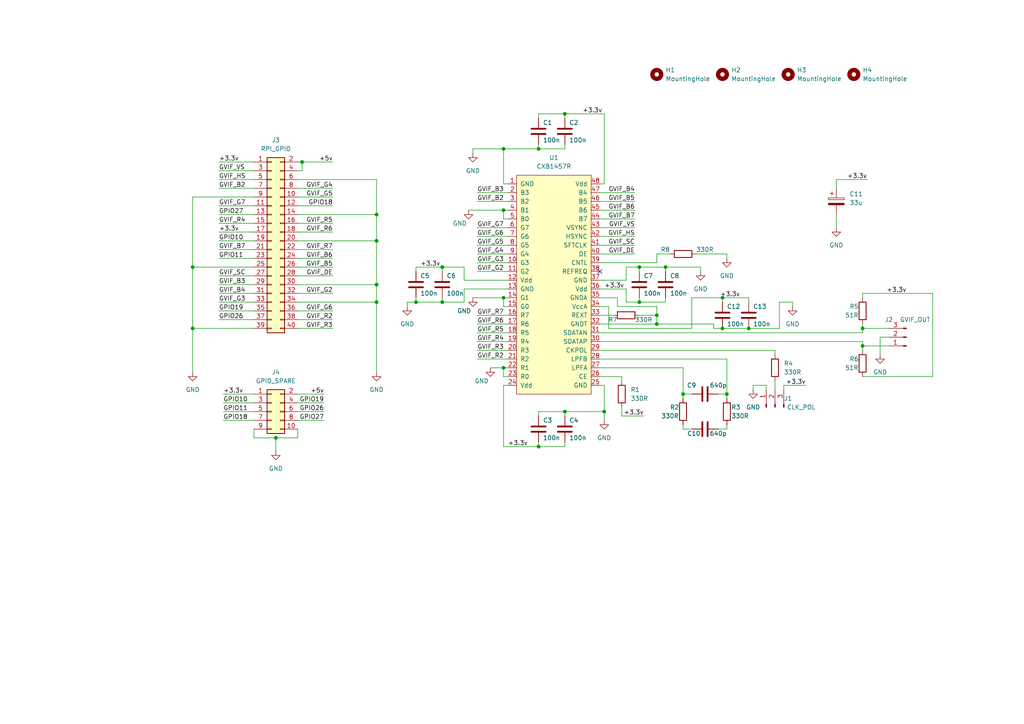
<source format=kicad_sch>
(kicad_sch (version 20230121) (generator eeschema)

  (uuid 3dc8956f-3d25-49d9-b0e1-735054fc4fce)

  (paper "A4")

  (title_block
    (title "Raspberry Pi Opel DVD800 Navi Display Hat")
    (date "2024-08-30")
    (rev "v1.0")
    (company "Author: Martin Elderman")
    (comment 1 "License: GNU GPLv3")
  )

  (lib_symbols
    (symbol "Connector:Conn_01x03_Pin" (pin_names (offset 1.016) hide) (in_bom yes) (on_board yes)
      (property "Reference" "J" (at 0 5.08 0)
        (effects (font (size 1.27 1.27)))
      )
      (property "Value" "Conn_01x03_Pin" (at 0 -5.08 0)
        (effects (font (size 1.27 1.27)))
      )
      (property "Footprint" "" (at 0 0 0)
        (effects (font (size 1.27 1.27)) hide)
      )
      (property "Datasheet" "~" (at 0 0 0)
        (effects (font (size 1.27 1.27)) hide)
      )
      (property "ki_locked" "" (at 0 0 0)
        (effects (font (size 1.27 1.27)))
      )
      (property "ki_keywords" "connector" (at 0 0 0)
        (effects (font (size 1.27 1.27)) hide)
      )
      (property "ki_description" "Generic connector, single row, 01x03, script generated" (at 0 0 0)
        (effects (font (size 1.27 1.27)) hide)
      )
      (property "ki_fp_filters" "Connector*:*_1x??_*" (at 0 0 0)
        (effects (font (size 1.27 1.27)) hide)
      )
      (symbol "Conn_01x03_Pin_1_1"
        (polyline
          (pts
            (xy 1.27 -2.54)
            (xy 0.8636 -2.54)
          )
          (stroke (width 0.1524) (type default))
          (fill (type none))
        )
        (polyline
          (pts
            (xy 1.27 0)
            (xy 0.8636 0)
          )
          (stroke (width 0.1524) (type default))
          (fill (type none))
        )
        (polyline
          (pts
            (xy 1.27 2.54)
            (xy 0.8636 2.54)
          )
          (stroke (width 0.1524) (type default))
          (fill (type none))
        )
        (rectangle (start 0.8636 -2.413) (end 0 -2.667)
          (stroke (width 0.1524) (type default))
          (fill (type outline))
        )
        (rectangle (start 0.8636 0.127) (end 0 -0.127)
          (stroke (width 0.1524) (type default))
          (fill (type outline))
        )
        (rectangle (start 0.8636 2.667) (end 0 2.413)
          (stroke (width 0.1524) (type default))
          (fill (type outline))
        )
        (pin passive line (at 5.08 2.54 180) (length 3.81)
          (name "Pin_1" (effects (font (size 1.27 1.27))))
          (number "1" (effects (font (size 1.27 1.27))))
        )
        (pin passive line (at 5.08 0 180) (length 3.81)
          (name "Pin_2" (effects (font (size 1.27 1.27))))
          (number "2" (effects (font (size 1.27 1.27))))
        )
        (pin passive line (at 5.08 -2.54 180) (length 3.81)
          (name "Pin_3" (effects (font (size 1.27 1.27))))
          (number "3" (effects (font (size 1.27 1.27))))
        )
      )
    )
    (symbol "Connector_Generic:Conn_02x05_Odd_Even" (pin_names (offset 1.016) hide) (in_bom yes) (on_board yes)
      (property "Reference" "J" (at 1.27 7.62 0)
        (effects (font (size 1.27 1.27)))
      )
      (property "Value" "Conn_02x05_Odd_Even" (at 1.27 -7.62 0)
        (effects (font (size 1.27 1.27)))
      )
      (property "Footprint" "" (at 0 0 0)
        (effects (font (size 1.27 1.27)) hide)
      )
      (property "Datasheet" "~" (at 0 0 0)
        (effects (font (size 1.27 1.27)) hide)
      )
      (property "ki_keywords" "connector" (at 0 0 0)
        (effects (font (size 1.27 1.27)) hide)
      )
      (property "ki_description" "Generic connector, double row, 02x05, odd/even pin numbering scheme (row 1 odd numbers, row 2 even numbers), script generated (kicad-library-utils/schlib/autogen/connector/)" (at 0 0 0)
        (effects (font (size 1.27 1.27)) hide)
      )
      (property "ki_fp_filters" "Connector*:*_2x??_*" (at 0 0 0)
        (effects (font (size 1.27 1.27)) hide)
      )
      (symbol "Conn_02x05_Odd_Even_1_1"
        (rectangle (start -1.27 -4.953) (end 0 -5.207)
          (stroke (width 0.1524) (type default))
          (fill (type none))
        )
        (rectangle (start -1.27 -2.413) (end 0 -2.667)
          (stroke (width 0.1524) (type default))
          (fill (type none))
        )
        (rectangle (start -1.27 0.127) (end 0 -0.127)
          (stroke (width 0.1524) (type default))
          (fill (type none))
        )
        (rectangle (start -1.27 2.667) (end 0 2.413)
          (stroke (width 0.1524) (type default))
          (fill (type none))
        )
        (rectangle (start -1.27 5.207) (end 0 4.953)
          (stroke (width 0.1524) (type default))
          (fill (type none))
        )
        (rectangle (start -1.27 6.35) (end 3.81 -6.35)
          (stroke (width 0.254) (type default))
          (fill (type background))
        )
        (rectangle (start 3.81 -4.953) (end 2.54 -5.207)
          (stroke (width 0.1524) (type default))
          (fill (type none))
        )
        (rectangle (start 3.81 -2.413) (end 2.54 -2.667)
          (stroke (width 0.1524) (type default))
          (fill (type none))
        )
        (rectangle (start 3.81 0.127) (end 2.54 -0.127)
          (stroke (width 0.1524) (type default))
          (fill (type none))
        )
        (rectangle (start 3.81 2.667) (end 2.54 2.413)
          (stroke (width 0.1524) (type default))
          (fill (type none))
        )
        (rectangle (start 3.81 5.207) (end 2.54 4.953)
          (stroke (width 0.1524) (type default))
          (fill (type none))
        )
        (pin passive line (at -5.08 5.08 0) (length 3.81)
          (name "Pin_1" (effects (font (size 1.27 1.27))))
          (number "1" (effects (font (size 1.27 1.27))))
        )
        (pin passive line (at 7.62 -5.08 180) (length 3.81)
          (name "Pin_10" (effects (font (size 1.27 1.27))))
          (number "10" (effects (font (size 1.27 1.27))))
        )
        (pin passive line (at 7.62 5.08 180) (length 3.81)
          (name "Pin_2" (effects (font (size 1.27 1.27))))
          (number "2" (effects (font (size 1.27 1.27))))
        )
        (pin passive line (at -5.08 2.54 0) (length 3.81)
          (name "Pin_3" (effects (font (size 1.27 1.27))))
          (number "3" (effects (font (size 1.27 1.27))))
        )
        (pin passive line (at 7.62 2.54 180) (length 3.81)
          (name "Pin_4" (effects (font (size 1.27 1.27))))
          (number "4" (effects (font (size 1.27 1.27))))
        )
        (pin passive line (at -5.08 0 0) (length 3.81)
          (name "Pin_5" (effects (font (size 1.27 1.27))))
          (number "5" (effects (font (size 1.27 1.27))))
        )
        (pin passive line (at 7.62 0 180) (length 3.81)
          (name "Pin_6" (effects (font (size 1.27 1.27))))
          (number "6" (effects (font (size 1.27 1.27))))
        )
        (pin passive line (at -5.08 -2.54 0) (length 3.81)
          (name "Pin_7" (effects (font (size 1.27 1.27))))
          (number "7" (effects (font (size 1.27 1.27))))
        )
        (pin passive line (at 7.62 -2.54 180) (length 3.81)
          (name "Pin_8" (effects (font (size 1.27 1.27))))
          (number "8" (effects (font (size 1.27 1.27))))
        )
        (pin passive line (at -5.08 -5.08 0) (length 3.81)
          (name "Pin_9" (effects (font (size 1.27 1.27))))
          (number "9" (effects (font (size 1.27 1.27))))
        )
      )
    )
    (symbol "Connector_Generic:Conn_02x20_Odd_Even" (pin_names (offset 1.016) hide) (in_bom yes) (on_board yes)
      (property "Reference" "J" (at 1.27 25.4 0)
        (effects (font (size 1.27 1.27)))
      )
      (property "Value" "Conn_02x20_Odd_Even" (at 1.27 -27.94 0)
        (effects (font (size 1.27 1.27)))
      )
      (property "Footprint" "" (at 0 0 0)
        (effects (font (size 1.27 1.27)) hide)
      )
      (property "Datasheet" "~" (at 0 0 0)
        (effects (font (size 1.27 1.27)) hide)
      )
      (property "ki_keywords" "connector" (at 0 0 0)
        (effects (font (size 1.27 1.27)) hide)
      )
      (property "ki_description" "Generic connector, double row, 02x20, odd/even pin numbering scheme (row 1 odd numbers, row 2 even numbers), script generated (kicad-library-utils/schlib/autogen/connector/)" (at 0 0 0)
        (effects (font (size 1.27 1.27)) hide)
      )
      (property "ki_fp_filters" "Connector*:*_2x??_*" (at 0 0 0)
        (effects (font (size 1.27 1.27)) hide)
      )
      (symbol "Conn_02x20_Odd_Even_1_1"
        (rectangle (start -1.27 -25.273) (end 0 -25.527)
          (stroke (width 0.1524) (type default))
          (fill (type none))
        )
        (rectangle (start -1.27 -22.733) (end 0 -22.987)
          (stroke (width 0.1524) (type default))
          (fill (type none))
        )
        (rectangle (start -1.27 -20.193) (end 0 -20.447)
          (stroke (width 0.1524) (type default))
          (fill (type none))
        )
        (rectangle (start -1.27 -17.653) (end 0 -17.907)
          (stroke (width 0.1524) (type default))
          (fill (type none))
        )
        (rectangle (start -1.27 -15.113) (end 0 -15.367)
          (stroke (width 0.1524) (type default))
          (fill (type none))
        )
        (rectangle (start -1.27 -12.573) (end 0 -12.827)
          (stroke (width 0.1524) (type default))
          (fill (type none))
        )
        (rectangle (start -1.27 -10.033) (end 0 -10.287)
          (stroke (width 0.1524) (type default))
          (fill (type none))
        )
        (rectangle (start -1.27 -7.493) (end 0 -7.747)
          (stroke (width 0.1524) (type default))
          (fill (type none))
        )
        (rectangle (start -1.27 -4.953) (end 0 -5.207)
          (stroke (width 0.1524) (type default))
          (fill (type none))
        )
        (rectangle (start -1.27 -2.413) (end 0 -2.667)
          (stroke (width 0.1524) (type default))
          (fill (type none))
        )
        (rectangle (start -1.27 0.127) (end 0 -0.127)
          (stroke (width 0.1524) (type default))
          (fill (type none))
        )
        (rectangle (start -1.27 2.667) (end 0 2.413)
          (stroke (width 0.1524) (type default))
          (fill (type none))
        )
        (rectangle (start -1.27 5.207) (end 0 4.953)
          (stroke (width 0.1524) (type default))
          (fill (type none))
        )
        (rectangle (start -1.27 7.747) (end 0 7.493)
          (stroke (width 0.1524) (type default))
          (fill (type none))
        )
        (rectangle (start -1.27 10.287) (end 0 10.033)
          (stroke (width 0.1524) (type default))
          (fill (type none))
        )
        (rectangle (start -1.27 12.827) (end 0 12.573)
          (stroke (width 0.1524) (type default))
          (fill (type none))
        )
        (rectangle (start -1.27 15.367) (end 0 15.113)
          (stroke (width 0.1524) (type default))
          (fill (type none))
        )
        (rectangle (start -1.27 17.907) (end 0 17.653)
          (stroke (width 0.1524) (type default))
          (fill (type none))
        )
        (rectangle (start -1.27 20.447) (end 0 20.193)
          (stroke (width 0.1524) (type default))
          (fill (type none))
        )
        (rectangle (start -1.27 22.987) (end 0 22.733)
          (stroke (width 0.1524) (type default))
          (fill (type none))
        )
        (rectangle (start -1.27 24.13) (end 3.81 -26.67)
          (stroke (width 0.254) (type default))
          (fill (type background))
        )
        (rectangle (start 3.81 -25.273) (end 2.54 -25.527)
          (stroke (width 0.1524) (type default))
          (fill (type none))
        )
        (rectangle (start 3.81 -22.733) (end 2.54 -22.987)
          (stroke (width 0.1524) (type default))
          (fill (type none))
        )
        (rectangle (start 3.81 -20.193) (end 2.54 -20.447)
          (stroke (width 0.1524) (type default))
          (fill (type none))
        )
        (rectangle (start 3.81 -17.653) (end 2.54 -17.907)
          (stroke (width 0.1524) (type default))
          (fill (type none))
        )
        (rectangle (start 3.81 -15.113) (end 2.54 -15.367)
          (stroke (width 0.1524) (type default))
          (fill (type none))
        )
        (rectangle (start 3.81 -12.573) (end 2.54 -12.827)
          (stroke (width 0.1524) (type default))
          (fill (type none))
        )
        (rectangle (start 3.81 -10.033) (end 2.54 -10.287)
          (stroke (width 0.1524) (type default))
          (fill (type none))
        )
        (rectangle (start 3.81 -7.493) (end 2.54 -7.747)
          (stroke (width 0.1524) (type default))
          (fill (type none))
        )
        (rectangle (start 3.81 -4.953) (end 2.54 -5.207)
          (stroke (width 0.1524) (type default))
          (fill (type none))
        )
        (rectangle (start 3.81 -2.413) (end 2.54 -2.667)
          (stroke (width 0.1524) (type default))
          (fill (type none))
        )
        (rectangle (start 3.81 0.127) (end 2.54 -0.127)
          (stroke (width 0.1524) (type default))
          (fill (type none))
        )
        (rectangle (start 3.81 2.667) (end 2.54 2.413)
          (stroke (width 0.1524) (type default))
          (fill (type none))
        )
        (rectangle (start 3.81 5.207) (end 2.54 4.953)
          (stroke (width 0.1524) (type default))
          (fill (type none))
        )
        (rectangle (start 3.81 7.747) (end 2.54 7.493)
          (stroke (width 0.1524) (type default))
          (fill (type none))
        )
        (rectangle (start 3.81 10.287) (end 2.54 10.033)
          (stroke (width 0.1524) (type default))
          (fill (type none))
        )
        (rectangle (start 3.81 12.827) (end 2.54 12.573)
          (stroke (width 0.1524) (type default))
          (fill (type none))
        )
        (rectangle (start 3.81 15.367) (end 2.54 15.113)
          (stroke (width 0.1524) (type default))
          (fill (type none))
        )
        (rectangle (start 3.81 17.907) (end 2.54 17.653)
          (stroke (width 0.1524) (type default))
          (fill (type none))
        )
        (rectangle (start 3.81 20.447) (end 2.54 20.193)
          (stroke (width 0.1524) (type default))
          (fill (type none))
        )
        (rectangle (start 3.81 22.987) (end 2.54 22.733)
          (stroke (width 0.1524) (type default))
          (fill (type none))
        )
        (pin passive line (at -5.08 22.86 0) (length 3.81)
          (name "Pin_1" (effects (font (size 1.27 1.27))))
          (number "1" (effects (font (size 1.27 1.27))))
        )
        (pin passive line (at 7.62 12.7 180) (length 3.81)
          (name "Pin_10" (effects (font (size 1.27 1.27))))
          (number "10" (effects (font (size 1.27 1.27))))
        )
        (pin passive line (at -5.08 10.16 0) (length 3.81)
          (name "Pin_11" (effects (font (size 1.27 1.27))))
          (number "11" (effects (font (size 1.27 1.27))))
        )
        (pin passive line (at 7.62 10.16 180) (length 3.81)
          (name "Pin_12" (effects (font (size 1.27 1.27))))
          (number "12" (effects (font (size 1.27 1.27))))
        )
        (pin passive line (at -5.08 7.62 0) (length 3.81)
          (name "Pin_13" (effects (font (size 1.27 1.27))))
          (number "13" (effects (font (size 1.27 1.27))))
        )
        (pin passive line (at 7.62 7.62 180) (length 3.81)
          (name "Pin_14" (effects (font (size 1.27 1.27))))
          (number "14" (effects (font (size 1.27 1.27))))
        )
        (pin passive line (at -5.08 5.08 0) (length 3.81)
          (name "Pin_15" (effects (font (size 1.27 1.27))))
          (number "15" (effects (font (size 1.27 1.27))))
        )
        (pin passive line (at 7.62 5.08 180) (length 3.81)
          (name "Pin_16" (effects (font (size 1.27 1.27))))
          (number "16" (effects (font (size 1.27 1.27))))
        )
        (pin passive line (at -5.08 2.54 0) (length 3.81)
          (name "Pin_17" (effects (font (size 1.27 1.27))))
          (number "17" (effects (font (size 1.27 1.27))))
        )
        (pin passive line (at 7.62 2.54 180) (length 3.81)
          (name "Pin_18" (effects (font (size 1.27 1.27))))
          (number "18" (effects (font (size 1.27 1.27))))
        )
        (pin passive line (at -5.08 0 0) (length 3.81)
          (name "Pin_19" (effects (font (size 1.27 1.27))))
          (number "19" (effects (font (size 1.27 1.27))))
        )
        (pin passive line (at 7.62 22.86 180) (length 3.81)
          (name "Pin_2" (effects (font (size 1.27 1.27))))
          (number "2" (effects (font (size 1.27 1.27))))
        )
        (pin passive line (at 7.62 0 180) (length 3.81)
          (name "Pin_20" (effects (font (size 1.27 1.27))))
          (number "20" (effects (font (size 1.27 1.27))))
        )
        (pin passive line (at -5.08 -2.54 0) (length 3.81)
          (name "Pin_21" (effects (font (size 1.27 1.27))))
          (number "21" (effects (font (size 1.27 1.27))))
        )
        (pin passive line (at 7.62 -2.54 180) (length 3.81)
          (name "Pin_22" (effects (font (size 1.27 1.27))))
          (number "22" (effects (font (size 1.27 1.27))))
        )
        (pin passive line (at -5.08 -5.08 0) (length 3.81)
          (name "Pin_23" (effects (font (size 1.27 1.27))))
          (number "23" (effects (font (size 1.27 1.27))))
        )
        (pin passive line (at 7.62 -5.08 180) (length 3.81)
          (name "Pin_24" (effects (font (size 1.27 1.27))))
          (number "24" (effects (font (size 1.27 1.27))))
        )
        (pin passive line (at -5.08 -7.62 0) (length 3.81)
          (name "Pin_25" (effects (font (size 1.27 1.27))))
          (number "25" (effects (font (size 1.27 1.27))))
        )
        (pin passive line (at 7.62 -7.62 180) (length 3.81)
          (name "Pin_26" (effects (font (size 1.27 1.27))))
          (number "26" (effects (font (size 1.27 1.27))))
        )
        (pin passive line (at -5.08 -10.16 0) (length 3.81)
          (name "Pin_27" (effects (font (size 1.27 1.27))))
          (number "27" (effects (font (size 1.27 1.27))))
        )
        (pin passive line (at 7.62 -10.16 180) (length 3.81)
          (name "Pin_28" (effects (font (size 1.27 1.27))))
          (number "28" (effects (font (size 1.27 1.27))))
        )
        (pin passive line (at -5.08 -12.7 0) (length 3.81)
          (name "Pin_29" (effects (font (size 1.27 1.27))))
          (number "29" (effects (font (size 1.27 1.27))))
        )
        (pin passive line (at -5.08 20.32 0) (length 3.81)
          (name "Pin_3" (effects (font (size 1.27 1.27))))
          (number "3" (effects (font (size 1.27 1.27))))
        )
        (pin passive line (at 7.62 -12.7 180) (length 3.81)
          (name "Pin_30" (effects (font (size 1.27 1.27))))
          (number "30" (effects (font (size 1.27 1.27))))
        )
        (pin passive line (at -5.08 -15.24 0) (length 3.81)
          (name "Pin_31" (effects (font (size 1.27 1.27))))
          (number "31" (effects (font (size 1.27 1.27))))
        )
        (pin passive line (at 7.62 -15.24 180) (length 3.81)
          (name "Pin_32" (effects (font (size 1.27 1.27))))
          (number "32" (effects (font (size 1.27 1.27))))
        )
        (pin passive line (at -5.08 -17.78 0) (length 3.81)
          (name "Pin_33" (effects (font (size 1.27 1.27))))
          (number "33" (effects (font (size 1.27 1.27))))
        )
        (pin passive line (at 7.62 -17.78 180) (length 3.81)
          (name "Pin_34" (effects (font (size 1.27 1.27))))
          (number "34" (effects (font (size 1.27 1.27))))
        )
        (pin passive line (at -5.08 -20.32 0) (length 3.81)
          (name "Pin_35" (effects (font (size 1.27 1.27))))
          (number "35" (effects (font (size 1.27 1.27))))
        )
        (pin passive line (at 7.62 -20.32 180) (length 3.81)
          (name "Pin_36" (effects (font (size 1.27 1.27))))
          (number "36" (effects (font (size 1.27 1.27))))
        )
        (pin passive line (at -5.08 -22.86 0) (length 3.81)
          (name "Pin_37" (effects (font (size 1.27 1.27))))
          (number "37" (effects (font (size 1.27 1.27))))
        )
        (pin passive line (at 7.62 -22.86 180) (length 3.81)
          (name "Pin_38" (effects (font (size 1.27 1.27))))
          (number "38" (effects (font (size 1.27 1.27))))
        )
        (pin passive line (at -5.08 -25.4 0) (length 3.81)
          (name "Pin_39" (effects (font (size 1.27 1.27))))
          (number "39" (effects (font (size 1.27 1.27))))
        )
        (pin passive line (at 7.62 20.32 180) (length 3.81)
          (name "Pin_4" (effects (font (size 1.27 1.27))))
          (number "4" (effects (font (size 1.27 1.27))))
        )
        (pin passive line (at 7.62 -25.4 180) (length 3.81)
          (name "Pin_40" (effects (font (size 1.27 1.27))))
          (number "40" (effects (font (size 1.27 1.27))))
        )
        (pin passive line (at -5.08 17.78 0) (length 3.81)
          (name "Pin_5" (effects (font (size 1.27 1.27))))
          (number "5" (effects (font (size 1.27 1.27))))
        )
        (pin passive line (at 7.62 17.78 180) (length 3.81)
          (name "Pin_6" (effects (font (size 1.27 1.27))))
          (number "6" (effects (font (size 1.27 1.27))))
        )
        (pin passive line (at -5.08 15.24 0) (length 3.81)
          (name "Pin_7" (effects (font (size 1.27 1.27))))
          (number "7" (effects (font (size 1.27 1.27))))
        )
        (pin passive line (at 7.62 15.24 180) (length 3.81)
          (name "Pin_8" (effects (font (size 1.27 1.27))))
          (number "8" (effects (font (size 1.27 1.27))))
        )
        (pin passive line (at -5.08 12.7 0) (length 3.81)
          (name "Pin_9" (effects (font (size 1.27 1.27))))
          (number "9" (effects (font (size 1.27 1.27))))
        )
      )
    )
    (symbol "Device:C" (pin_numbers hide) (pin_names (offset 0.254)) (in_bom yes) (on_board yes)
      (property "Reference" "C" (at 0.635 2.54 0)
        (effects (font (size 1.27 1.27)) (justify left))
      )
      (property "Value" "C" (at 0.635 -2.54 0)
        (effects (font (size 1.27 1.27)) (justify left))
      )
      (property "Footprint" "" (at 0.9652 -3.81 0)
        (effects (font (size 1.27 1.27)) hide)
      )
      (property "Datasheet" "~" (at 0 0 0)
        (effects (font (size 1.27 1.27)) hide)
      )
      (property "ki_keywords" "cap capacitor" (at 0 0 0)
        (effects (font (size 1.27 1.27)) hide)
      )
      (property "ki_description" "Unpolarized capacitor" (at 0 0 0)
        (effects (font (size 1.27 1.27)) hide)
      )
      (property "ki_fp_filters" "C_*" (at 0 0 0)
        (effects (font (size 1.27 1.27)) hide)
      )
      (symbol "C_0_1"
        (polyline
          (pts
            (xy -2.032 -0.762)
            (xy 2.032 -0.762)
          )
          (stroke (width 0.508) (type default))
          (fill (type none))
        )
        (polyline
          (pts
            (xy -2.032 0.762)
            (xy 2.032 0.762)
          )
          (stroke (width 0.508) (type default))
          (fill (type none))
        )
      )
      (symbol "C_1_1"
        (pin passive line (at 0 3.81 270) (length 2.794)
          (name "~" (effects (font (size 1.27 1.27))))
          (number "1" (effects (font (size 1.27 1.27))))
        )
        (pin passive line (at 0 -3.81 90) (length 2.794)
          (name "~" (effects (font (size 1.27 1.27))))
          (number "2" (effects (font (size 1.27 1.27))))
        )
      )
    )
    (symbol "Device:C_Polarized" (pin_numbers hide) (pin_names (offset 0.254)) (in_bom yes) (on_board yes)
      (property "Reference" "C" (at 0.635 2.54 0)
        (effects (font (size 1.27 1.27)) (justify left))
      )
      (property "Value" "C_Polarized" (at 0.635 -2.54 0)
        (effects (font (size 1.27 1.27)) (justify left))
      )
      (property "Footprint" "" (at 0.9652 -3.81 0)
        (effects (font (size 1.27 1.27)) hide)
      )
      (property "Datasheet" "~" (at 0 0 0)
        (effects (font (size 1.27 1.27)) hide)
      )
      (property "ki_keywords" "cap capacitor" (at 0 0 0)
        (effects (font (size 1.27 1.27)) hide)
      )
      (property "ki_description" "Polarized capacitor" (at 0 0 0)
        (effects (font (size 1.27 1.27)) hide)
      )
      (property "ki_fp_filters" "CP_*" (at 0 0 0)
        (effects (font (size 1.27 1.27)) hide)
      )
      (symbol "C_Polarized_0_1"
        (rectangle (start -2.286 0.508) (end 2.286 1.016)
          (stroke (width 0) (type default))
          (fill (type none))
        )
        (polyline
          (pts
            (xy -1.778 2.286)
            (xy -0.762 2.286)
          )
          (stroke (width 0) (type default))
          (fill (type none))
        )
        (polyline
          (pts
            (xy -1.27 2.794)
            (xy -1.27 1.778)
          )
          (stroke (width 0) (type default))
          (fill (type none))
        )
        (rectangle (start 2.286 -0.508) (end -2.286 -1.016)
          (stroke (width 0) (type default))
          (fill (type outline))
        )
      )
      (symbol "C_Polarized_1_1"
        (pin passive line (at 0 3.81 270) (length 2.794)
          (name "~" (effects (font (size 1.27 1.27))))
          (number "1" (effects (font (size 1.27 1.27))))
        )
        (pin passive line (at 0 -3.81 90) (length 2.794)
          (name "~" (effects (font (size 1.27 1.27))))
          (number "2" (effects (font (size 1.27 1.27))))
        )
      )
    )
    (symbol "Device:R" (pin_numbers hide) (pin_names (offset 0)) (in_bom yes) (on_board yes)
      (property "Reference" "R" (at 2.032 0 90)
        (effects (font (size 1.27 1.27)))
      )
      (property "Value" "R" (at 0 0 90)
        (effects (font (size 1.27 1.27)))
      )
      (property "Footprint" "" (at -1.778 0 90)
        (effects (font (size 1.27 1.27)) hide)
      )
      (property "Datasheet" "~" (at 0 0 0)
        (effects (font (size 1.27 1.27)) hide)
      )
      (property "ki_keywords" "R res resistor" (at 0 0 0)
        (effects (font (size 1.27 1.27)) hide)
      )
      (property "ki_description" "Resistor" (at 0 0 0)
        (effects (font (size 1.27 1.27)) hide)
      )
      (property "ki_fp_filters" "R_*" (at 0 0 0)
        (effects (font (size 1.27 1.27)) hide)
      )
      (symbol "R_0_1"
        (rectangle (start -1.016 -2.54) (end 1.016 2.54)
          (stroke (width 0.254) (type default))
          (fill (type none))
        )
      )
      (symbol "R_1_1"
        (pin passive line (at 0 3.81 270) (length 1.27)
          (name "~" (effects (font (size 1.27 1.27))))
          (number "1" (effects (font (size 1.27 1.27))))
        )
        (pin passive line (at 0 -3.81 90) (length 1.27)
          (name "~" (effects (font (size 1.27 1.27))))
          (number "2" (effects (font (size 1.27 1.27))))
        )
      )
    )
    (symbol "Mechanical:MountingHole" (pin_names (offset 1.016)) (in_bom yes) (on_board yes)
      (property "Reference" "H" (at 0 5.08 0)
        (effects (font (size 1.27 1.27)))
      )
      (property "Value" "MountingHole" (at 0 3.175 0)
        (effects (font (size 1.27 1.27)))
      )
      (property "Footprint" "" (at 0 0 0)
        (effects (font (size 1.27 1.27)) hide)
      )
      (property "Datasheet" "~" (at 0 0 0)
        (effects (font (size 1.27 1.27)) hide)
      )
      (property "ki_keywords" "mounting hole" (at 0 0 0)
        (effects (font (size 1.27 1.27)) hide)
      )
      (property "ki_description" "Mounting Hole without connection" (at 0 0 0)
        (effects (font (size 1.27 1.27)) hide)
      )
      (property "ki_fp_filters" "MountingHole*" (at 0 0 0)
        (effects (font (size 1.27 1.27)) hide)
      )
      (symbol "MountingHole_0_1"
        (circle (center 0 0) (radius 1.27)
          (stroke (width 1.27) (type default))
          (fill (type none))
        )
      )
    )
    (symbol "cxb1457r:CXB1457R" (pin_names (offset 1.016)) (in_bom yes) (on_board yes)
      (property "Reference" "U" (at 1.27 1.27 0)
        (effects (font (size 1.27 1.27)))
      )
      (property "Value" "CXB1457R" (at 16.51 1.27 0)
        (effects (font (size 1.27 1.27)))
      )
      (property "Footprint" "Package_QFP:LQFP-48_7x7mm_P0.5mm" (at 1.27 1.27 0)
        (effects (font (size 1.27 1.27)) hide)
      )
      (property "Datasheet" "" (at 1.27 1.27 0)
        (effects (font (size 1.27 1.27)) hide)
      )
      (property "ki_description" "24 Bit RGB to GVIF converter" (at 0 0 0)
        (effects (font (size 1.27 1.27)) hide)
      )
      (symbol "CXB1457R_0_1"
        (rectangle (start 0 0) (end 21.59 -63.5)
          (stroke (width 0) (type solid))
          (fill (type background))
        )
      )
      (symbol "CXB1457R_1_1"
        (pin input line (at -2.54 -2.54 0) (length 2.54)
          (name "GND" (effects (font (size 1.27 1.27))))
          (number "1" (effects (font (size 1.27 1.27))))
        )
        (pin input line (at -2.54 -25.4 0) (length 2.54)
          (name "G3" (effects (font (size 1.27 1.27))))
          (number "10" (effects (font (size 1.27 1.27))))
        )
        (pin input line (at -2.54 -27.94 0) (length 2.54)
          (name "G2" (effects (font (size 1.27 1.27))))
          (number "11" (effects (font (size 1.27 1.27))))
        )
        (pin input line (at -2.54 -30.48 0) (length 2.54)
          (name "Vdd" (effects (font (size 1.27 1.27))))
          (number "12" (effects (font (size 1.27 1.27))))
        )
        (pin input line (at -2.54 -33.02 0) (length 2.54)
          (name "GND" (effects (font (size 1.27 1.27))))
          (number "13" (effects (font (size 1.27 1.27))))
        )
        (pin input line (at -2.54 -35.56 0) (length 2.54)
          (name "G1" (effects (font (size 1.27 1.27))))
          (number "14" (effects (font (size 1.27 1.27))))
        )
        (pin input line (at -2.54 -38.1 0) (length 2.54)
          (name "G0" (effects (font (size 1.27 1.27))))
          (number "15" (effects (font (size 1.27 1.27))))
        )
        (pin input line (at -2.54 -40.64 0) (length 2.54)
          (name "R7" (effects (font (size 1.27 1.27))))
          (number "16" (effects (font (size 1.27 1.27))))
        )
        (pin input line (at -2.54 -43.18 0) (length 2.54)
          (name "R6" (effects (font (size 1.27 1.27))))
          (number "17" (effects (font (size 1.27 1.27))))
        )
        (pin input line (at -2.54 -45.72 0) (length 2.54)
          (name "R5" (effects (font (size 1.27 1.27))))
          (number "18" (effects (font (size 1.27 1.27))))
        )
        (pin input line (at -2.54 -48.26 0) (length 2.54)
          (name "R4" (effects (font (size 1.27 1.27))))
          (number "19" (effects (font (size 1.27 1.27))))
        )
        (pin input line (at -2.54 -5.08 0) (length 2.54)
          (name "B3" (effects (font (size 1.27 1.27))))
          (number "2" (effects (font (size 1.27 1.27))))
        )
        (pin input line (at -2.54 -50.8 0) (length 2.54)
          (name "R3" (effects (font (size 1.27 1.27))))
          (number "20" (effects (font (size 1.27 1.27))))
        )
        (pin input line (at -2.54 -53.34 0) (length 2.54)
          (name "R2" (effects (font (size 1.27 1.27))))
          (number "21" (effects (font (size 1.27 1.27))))
        )
        (pin input line (at -2.54 -55.88 0) (length 2.54)
          (name "R1" (effects (font (size 1.27 1.27))))
          (number "22" (effects (font (size 1.27 1.27))))
        )
        (pin input line (at -2.54 -58.42 0) (length 2.54)
          (name "R0" (effects (font (size 1.27 1.27))))
          (number "23" (effects (font (size 1.27 1.27))))
        )
        (pin input line (at -2.54 -60.96 0) (length 2.54)
          (name "Vdd" (effects (font (size 1.27 1.27))))
          (number "24" (effects (font (size 1.27 1.27))))
        )
        (pin input line (at 24.13 -60.96 180) (length 2.54)
          (name "GND" (effects (font (size 1.27 1.27))))
          (number "25" (effects (font (size 1.27 1.27))))
        )
        (pin input line (at 24.13 -58.42 180) (length 2.54)
          (name "CE" (effects (font (size 1.27 1.27))))
          (number "26" (effects (font (size 1.27 1.27))))
        )
        (pin input line (at 24.13 -55.88 180) (length 2.54)
          (name "LPFA" (effects (font (size 1.27 1.27))))
          (number "27" (effects (font (size 1.27 1.27))))
        )
        (pin input line (at 24.13 -53.34 180) (length 2.54)
          (name "LPFB" (effects (font (size 1.27 1.27))))
          (number "28" (effects (font (size 1.27 1.27))))
        )
        (pin input line (at 24.13 -50.8 180) (length 2.54)
          (name "CKPOL" (effects (font (size 1.27 1.27))))
          (number "29" (effects (font (size 1.27 1.27))))
        )
        (pin input line (at -2.54 -7.62 0) (length 2.54)
          (name "B2" (effects (font (size 1.27 1.27))))
          (number "3" (effects (font (size 1.27 1.27))))
        )
        (pin input line (at 24.13 -48.26 180) (length 2.54)
          (name "SDATAP" (effects (font (size 1.27 1.27))))
          (number "30" (effects (font (size 1.27 1.27))))
        )
        (pin input line (at 24.13 -45.72 180) (length 2.54)
          (name "SDATAN" (effects (font (size 1.27 1.27))))
          (number "31" (effects (font (size 1.27 1.27))))
        )
        (pin input line (at 24.13 -43.18 180) (length 2.54)
          (name "GNDT" (effects (font (size 1.27 1.27))))
          (number "32" (effects (font (size 1.27 1.27))))
        )
        (pin input line (at 24.13 -40.64 180) (length 2.54)
          (name "REXT" (effects (font (size 1.27 1.27))))
          (number "33" (effects (font (size 1.27 1.27))))
        )
        (pin input line (at 24.13 -38.1 180) (length 2.54)
          (name "VccA" (effects (font (size 1.27 1.27))))
          (number "34" (effects (font (size 1.27 1.27))))
        )
        (pin input line (at 24.13 -35.56 180) (length 2.54)
          (name "GNDA" (effects (font (size 1.27 1.27))))
          (number "35" (effects (font (size 1.27 1.27))))
        )
        (pin input line (at 24.13 -33.02 180) (length 2.54)
          (name "Vdd" (effects (font (size 1.27 1.27))))
          (number "36" (effects (font (size 1.27 1.27))))
        )
        (pin input line (at 24.13 -30.48 180) (length 2.54)
          (name "GND" (effects (font (size 1.27 1.27))))
          (number "37" (effects (font (size 1.27 1.27))))
        )
        (pin input line (at 24.13 -27.94 180) (length 2.54)
          (name "REFREQ" (effects (font (size 1.27 1.27))))
          (number "38" (effects (font (size 1.27 1.27))))
        )
        (pin input line (at 24.13 -25.4 180) (length 2.54)
          (name "CNTL" (effects (font (size 1.27 1.27))))
          (number "39" (effects (font (size 1.27 1.27))))
        )
        (pin input line (at -2.54 -10.16 0) (length 2.54)
          (name "B1" (effects (font (size 1.27 1.27))))
          (number "4" (effects (font (size 1.27 1.27))))
        )
        (pin input line (at 24.13 -22.86 180) (length 2.54)
          (name "DE" (effects (font (size 1.27 1.27))))
          (number "40" (effects (font (size 1.27 1.27))))
        )
        (pin input line (at 24.13 -20.32 180) (length 2.54)
          (name "SFTCLK" (effects (font (size 1.27 1.27))))
          (number "41" (effects (font (size 1.27 1.27))))
        )
        (pin input line (at 24.13 -17.78 180) (length 2.54)
          (name "HSYNC" (effects (font (size 1.27 1.27))))
          (number "42" (effects (font (size 1.27 1.27))))
        )
        (pin input line (at 24.13 -15.24 180) (length 2.54)
          (name "VSYNC" (effects (font (size 1.27 1.27))))
          (number "43" (effects (font (size 1.27 1.27))))
        )
        (pin input line (at 24.13 -12.7 180) (length 2.54)
          (name "B7" (effects (font (size 1.27 1.27))))
          (number "44" (effects (font (size 1.27 1.27))))
        )
        (pin input line (at 24.13 -10.16 180) (length 2.54)
          (name "B6" (effects (font (size 1.27 1.27))))
          (number "45" (effects (font (size 1.27 1.27))))
        )
        (pin input line (at 24.13 -7.62 180) (length 2.54)
          (name "B5" (effects (font (size 1.27 1.27))))
          (number "46" (effects (font (size 1.27 1.27))))
        )
        (pin input line (at 24.13 -5.08 180) (length 2.54)
          (name "B4" (effects (font (size 1.27 1.27))))
          (number "47" (effects (font (size 1.27 1.27))))
        )
        (pin input line (at 24.13 -2.54 180) (length 2.54)
          (name "Vdd" (effects (font (size 1.27 1.27))))
          (number "48" (effects (font (size 1.27 1.27))))
        )
        (pin input line (at -2.54 -12.7 0) (length 2.54)
          (name "B0" (effects (font (size 1.27 1.27))))
          (number "5" (effects (font (size 1.27 1.27))))
        )
        (pin input line (at -2.54 -15.24 0) (length 2.54)
          (name "G7" (effects (font (size 1.27 1.27))))
          (number "6" (effects (font (size 1.27 1.27))))
        )
        (pin input line (at -2.54 -17.78 0) (length 2.54)
          (name "G6" (effects (font (size 1.27 1.27))))
          (number "7" (effects (font (size 1.27 1.27))))
        )
        (pin input line (at -2.54 -20.32 0) (length 2.54)
          (name "G5" (effects (font (size 1.27 1.27))))
          (number "8" (effects (font (size 1.27 1.27))))
        )
        (pin input line (at -2.54 -22.86 0) (length 2.54)
          (name "G4" (effects (font (size 1.27 1.27))))
          (number "9" (effects (font (size 1.27 1.27))))
        )
      )
    )
    (symbol "power:GND" (power) (pin_names (offset 0)) (in_bom yes) (on_board yes)
      (property "Reference" "#PWR" (at 0 -6.35 0)
        (effects (font (size 1.27 1.27)) hide)
      )
      (property "Value" "GND" (at 0 -3.81 0)
        (effects (font (size 1.27 1.27)))
      )
      (property "Footprint" "" (at 0 0 0)
        (effects (font (size 1.27 1.27)) hide)
      )
      (property "Datasheet" "" (at 0 0 0)
        (effects (font (size 1.27 1.27)) hide)
      )
      (property "ki_keywords" "global power" (at 0 0 0)
        (effects (font (size 1.27 1.27)) hide)
      )
      (property "ki_description" "Power symbol creates a global label with name \"GND\" , ground" (at 0 0 0)
        (effects (font (size 1.27 1.27)) hide)
      )
      (symbol "GND_0_1"
        (polyline
          (pts
            (xy 0 0)
            (xy 0 -1.27)
            (xy 1.27 -1.27)
            (xy 0 -2.54)
            (xy -1.27 -1.27)
            (xy 0 -1.27)
          )
          (stroke (width 0) (type default))
          (fill (type none))
        )
      )
      (symbol "GND_1_1"
        (pin power_in line (at 0 0 270) (length 0) hide
          (name "GND" (effects (font (size 1.27 1.27))))
          (number "1" (effects (font (size 1.27 1.27))))
        )
      )
    )
  )

  (junction (at 250.19 100.33) (diameter 0) (color 0 0 0 0)
    (uuid 0233ffbb-154f-422f-a90c-1463c1276ad8)
  )
  (junction (at 210.82 114.3) (diameter 0) (color 0 0 0 0)
    (uuid 0aa226ea-2225-4152-89d2-8814caccf163)
  )
  (junction (at 109.22 82.55) (diameter 0) (color 0 0 0 0)
    (uuid 0bf1ca60-e73a-4c6b-93c8-50d592249103)
  )
  (junction (at 109.22 87.63) (diameter 0) (color 0 0 0 0)
    (uuid 10fa08bc-4b4d-4238-b821-7d4f48b907e7)
  )
  (junction (at 250.19 95.25) (diameter 0) (color 0 0 0 0)
    (uuid 1a9e68dc-8b02-4d11-8d9a-c1f8c5cd3e5a)
  )
  (junction (at 198.12 114.3) (diameter 0) (color 0 0 0 0)
    (uuid 270b6c3a-c28e-427e-801b-e9d41b4f965f)
  )
  (junction (at 185.42 77.47) (diameter 0) (color 0 0 0 0)
    (uuid 350c35fd-8678-4913-8c58-437e727713b3)
  )
  (junction (at 217.17 95.25) (diameter 0) (color 0 0 0 0)
    (uuid 38d75396-c26a-40ca-80ac-ac5060d04a6e)
  )
  (junction (at 190.5 91.44) (diameter 0) (color 0 0 0 0)
    (uuid 3f8f0a1d-a9a4-4451-8cfd-7a0547ddd9d9)
  )
  (junction (at 146.05 60.96) (diameter 0) (color 0 0 0 0)
    (uuid 3fd1e864-8f4e-4693-a65d-52bd93b9ad97)
  )
  (junction (at 146.05 106.68) (diameter 0) (color 0 0 0 0)
    (uuid 4401c05e-420a-4f37-baa1-edefeca064cd)
  )
  (junction (at 146.05 43.18) (diameter 0) (color 0 0 0 0)
    (uuid 44a44148-8aca-4369-b66d-8ac84aa2c1d6)
  )
  (junction (at 156.21 43.18) (diameter 0) (color 0 0 0 0)
    (uuid 4b925d98-3c6f-4d07-bbd2-63f5b8c0aa47)
  )
  (junction (at 120.65 87.63) (diameter 0) (color 0 0 0 0)
    (uuid 53262c77-7768-4a77-b429-cce57f1fd904)
  )
  (junction (at 190.5 93.98) (diameter 0) (color 0 0 0 0)
    (uuid 57121e2f-3029-4909-abdd-6e1006a5305f)
  )
  (junction (at 87.63 46.99) (diameter 0) (color 0 0 0 0)
    (uuid 636d909a-efc7-4337-a554-6c720f9820b2)
  )
  (junction (at 193.04 77.47) (diameter 0) (color 0 0 0 0)
    (uuid 6bcb5cfc-0e79-4546-aa60-3ce4e0939205)
  )
  (junction (at 156.21 129.54) (diameter 0) (color 0 0 0 0)
    (uuid 72a1e62e-2888-4e8c-9493-a991d3b3d0f7)
  )
  (junction (at 109.22 69.85) (diameter 0) (color 0 0 0 0)
    (uuid 798cd89c-0cae-40e8-a632-de8f5973dfd2)
  )
  (junction (at 163.83 119.38) (diameter 0) (color 0 0 0 0)
    (uuid 8afa11b9-63b2-461b-9431-e8ad2f9d3d5b)
  )
  (junction (at 185.42 87.63) (diameter 0) (color 0 0 0 0)
    (uuid 9ab36df3-cd8b-460e-9a7b-2112f7a2e3dc)
  )
  (junction (at 146.05 86.36) (diameter 0) (color 0 0 0 0)
    (uuid 9b2f922e-4099-4ae0-845a-d430cbdc9404)
  )
  (junction (at 163.83 33.02) (diameter 0) (color 0 0 0 0)
    (uuid a7eb7b34-96a0-44ce-896b-1a468c8f4353)
  )
  (junction (at 209.55 86.36) (diameter 0) (color 0 0 0 0)
    (uuid ad7a904a-f315-42cd-ae6e-3cea04fdf6fa)
  )
  (junction (at 55.88 77.47) (diameter 0) (color 0 0 0 0)
    (uuid b33f15ab-66ee-4375-b797-44465a016f79)
  )
  (junction (at 55.88 95.25) (diameter 0) (color 0 0 0 0)
    (uuid b4a46b26-e681-4f96-9ba1-453922d16038)
  )
  (junction (at 175.26 119.38) (diameter 0) (color 0 0 0 0)
    (uuid bdd90aa9-4bd5-421a-bbe0-c82ef955c78d)
  )
  (junction (at 128.27 87.63) (diameter 0) (color 0 0 0 0)
    (uuid c41eabc2-46ad-4855-90a1-80703b19b63d)
  )
  (junction (at 109.22 62.23) (diameter 0) (color 0 0 0 0)
    (uuid ca773d5f-7857-4d9b-aebd-47e3f28b2a76)
  )
  (junction (at 128.27 77.47) (diameter 0) (color 0 0 0 0)
    (uuid cebb4dcb-e697-4afe-8fdf-113e85059ada)
  )
  (junction (at 209.55 95.25) (diameter 0) (color 0 0 0 0)
    (uuid d6846ee2-964f-4d16-8579-55d8c07a08e0)
  )
  (junction (at 80.01 127) (diameter 0) (color 0 0 0 0)
    (uuid f3ad21f1-e960-4242-90fd-9c0e724862a5)
  )

  (no_connect (at 173.99 78.74) (uuid 580ee857-e004-4c9d-bb63-008b0c846ced))

  (wire (pts (xy 250.19 100.33) (xy 250.19 101.6))
    (stroke (width 0) (type default))
    (uuid 004ee79e-5354-496e-b668-a1e8421e30fc)
  )
  (wire (pts (xy 86.36 67.31) (xy 96.52 67.31))
    (stroke (width 0) (type default))
    (uuid 0256f4a4-6b96-4888-be8a-f06d4941a1f7)
  )
  (wire (pts (xy 156.21 128.27) (xy 156.21 129.54))
    (stroke (width 0) (type default))
    (uuid 0272ba0c-17aa-4e39-b311-ef8b4f0416fa)
  )
  (wire (pts (xy 176.53 88.9) (xy 176.53 95.25))
    (stroke (width 0) (type default))
    (uuid 06e3796d-932c-4775-8a20-f918a1dbd7b4)
  )
  (wire (pts (xy 173.99 71.12) (xy 184.15 71.12))
    (stroke (width 0) (type default))
    (uuid 07651a38-635e-488f-9fce-b1e3c315cc5e)
  )
  (wire (pts (xy 73.66 127) (xy 80.01 127))
    (stroke (width 0) (type default))
    (uuid 08632add-2507-480f-aea3-47e3e5b7b407)
  )
  (wire (pts (xy 73.66 124.46) (xy 73.66 127))
    (stroke (width 0) (type default))
    (uuid 0a2147e2-6d4c-4d76-bb0f-60c3f9460917)
  )
  (wire (pts (xy 138.43 104.14) (xy 147.32 104.14))
    (stroke (width 0) (type default))
    (uuid 0aaed4f7-769b-4a2d-a10b-38612a242cfb)
  )
  (wire (pts (xy 80.01 127) (xy 80.01 130.81))
    (stroke (width 0) (type default))
    (uuid 0deffe6c-a51e-4984-9f3b-a8f8220f4533)
  )
  (wire (pts (xy 138.43 58.42) (xy 147.32 58.42))
    (stroke (width 0) (type default))
    (uuid 10acc567-902d-458f-b806-5c860e17f4a3)
  )
  (wire (pts (xy 185.42 86.36) (xy 185.42 87.63))
    (stroke (width 0) (type default))
    (uuid 11507318-4a3c-4e78-892f-b7f0a56cc11b)
  )
  (wire (pts (xy 138.43 91.44) (xy 147.32 91.44))
    (stroke (width 0) (type default))
    (uuid 11a6fc6a-face-426f-859d-291a99e3e636)
  )
  (wire (pts (xy 209.55 87.63) (xy 209.55 86.36))
    (stroke (width 0) (type default))
    (uuid 11ff59d1-dd5f-4a12-9609-81d7ac40fa25)
  )
  (wire (pts (xy 86.36 127) (xy 86.36 124.46))
    (stroke (width 0) (type default))
    (uuid 13fded11-420e-4471-90ef-d5db2f147c38)
  )
  (wire (pts (xy 227.33 113.03) (xy 227.33 111.76))
    (stroke (width 0) (type default))
    (uuid 177db446-c0c1-4dde-b4bd-4032dea1bd01)
  )
  (wire (pts (xy 250.19 93.98) (xy 250.19 95.25))
    (stroke (width 0) (type default))
    (uuid 18878d9a-41b8-43cc-985b-6169029ebdcb)
  )
  (wire (pts (xy 146.05 109.22) (xy 147.32 109.22))
    (stroke (width 0) (type default))
    (uuid 1be2f847-de3e-4381-a240-db1f29a5009a)
  )
  (wire (pts (xy 250.19 96.52) (xy 250.19 95.25))
    (stroke (width 0) (type default))
    (uuid 2146e6d5-79d0-4340-9cab-4445c999b1fb)
  )
  (wire (pts (xy 63.5 64.77) (xy 73.66 64.77))
    (stroke (width 0) (type default))
    (uuid 2209339f-360c-49ff-a082-b69a7295c3d1)
  )
  (wire (pts (xy 217.17 87.63) (xy 217.17 86.36))
    (stroke (width 0) (type default))
    (uuid 228e6757-9e68-472b-a187-d018a78fe62e)
  )
  (wire (pts (xy 64.77 116.84) (xy 73.66 116.84))
    (stroke (width 0) (type default))
    (uuid 2363c08f-5e91-438d-a9df-977c800aa76c)
  )
  (wire (pts (xy 146.05 60.96) (xy 147.32 60.96))
    (stroke (width 0) (type default))
    (uuid 23eb18ab-1c30-460f-9846-568093e2dae2)
  )
  (wire (pts (xy 224.79 101.6) (xy 224.79 102.87))
    (stroke (width 0) (type default))
    (uuid 2478a2ac-9552-479d-b313-57663673ceff)
  )
  (wire (pts (xy 185.42 87.63) (xy 193.04 87.63))
    (stroke (width 0) (type default))
    (uuid 272a2e4f-bbf4-4778-928b-ae8013746791)
  )
  (wire (pts (xy 198.12 114.3) (xy 198.12 115.57))
    (stroke (width 0) (type default))
    (uuid 2876637c-8915-4975-885f-30f8ac0d6545)
  )
  (wire (pts (xy 173.99 66.04) (xy 184.15 66.04))
    (stroke (width 0) (type default))
    (uuid 2891e151-b506-4f48-9f0a-b0eb1dd1ca1c)
  )
  (wire (pts (xy 250.19 85.09) (xy 270.51 85.09))
    (stroke (width 0) (type default))
    (uuid 297563c5-babd-4241-ba9d-46492f1b78e4)
  )
  (wire (pts (xy 137.16 43.18) (xy 146.05 43.18))
    (stroke (width 0) (type default))
    (uuid 2a0c4e89-0944-4201-92c1-57f9de902537)
  )
  (wire (pts (xy 120.65 86.36) (xy 120.65 87.63))
    (stroke (width 0) (type default))
    (uuid 2a409c6e-bf54-474c-8cdc-ec0306b4952f)
  )
  (wire (pts (xy 227.33 111.76) (xy 233.68 111.76))
    (stroke (width 0) (type default))
    (uuid 2a9be7ce-42ef-46af-98e5-8144c299a435)
  )
  (wire (pts (xy 190.5 93.98) (xy 190.5 91.44))
    (stroke (width 0) (type default))
    (uuid 2b46e0fc-09f1-4da7-b358-e278e1e19b44)
  )
  (wire (pts (xy 86.36 49.53) (xy 87.63 49.53))
    (stroke (width 0) (type default))
    (uuid 2c74793e-b529-4b6b-a9e2-1c1ec378e530)
  )
  (wire (pts (xy 86.36 57.15) (xy 96.52 57.15))
    (stroke (width 0) (type default))
    (uuid 2c7f9fe8-d584-4804-9732-2303f0d763e8)
  )
  (wire (pts (xy 63.5 82.55) (xy 73.66 82.55))
    (stroke (width 0) (type default))
    (uuid 2d8bf193-ec3d-4a67-99f7-5ca8630481a1)
  )
  (wire (pts (xy 193.04 77.47) (xy 203.2 77.47))
    (stroke (width 0) (type default))
    (uuid 2ddbdcda-774f-4c78-bc02-23bfe0b4d444)
  )
  (wire (pts (xy 86.36 54.61) (xy 96.52 54.61))
    (stroke (width 0) (type default))
    (uuid 2de8b9ee-deaf-43bc-871c-46292dd1be4e)
  )
  (wire (pts (xy 185.42 77.47) (xy 193.04 77.47))
    (stroke (width 0) (type default))
    (uuid 2efbc51a-4083-4b6b-ba80-af8650f06982)
  )
  (wire (pts (xy 173.99 101.6) (xy 224.79 101.6))
    (stroke (width 0) (type default))
    (uuid 2f6ff782-1db7-4d70-86a6-7489b720c9a2)
  )
  (wire (pts (xy 118.11 87.63) (xy 120.65 87.63))
    (stroke (width 0) (type default))
    (uuid 30e6f83d-0490-4c45-b422-94c6a082331f)
  )
  (wire (pts (xy 86.36 74.93) (xy 96.52 74.93))
    (stroke (width 0) (type default))
    (uuid 311740b0-d8b5-4828-ba2b-023d62ef7e84)
  )
  (wire (pts (xy 86.36 95.25) (xy 96.52 95.25))
    (stroke (width 0) (type default))
    (uuid 313ce5ea-33bb-4bff-94f3-6ec3067b6429)
  )
  (wire (pts (xy 109.22 52.07) (xy 109.22 62.23))
    (stroke (width 0) (type default))
    (uuid 323eb35d-6a67-467a-9489-6c4c79bfd027)
  )
  (wire (pts (xy 63.5 80.01) (xy 73.66 80.01))
    (stroke (width 0) (type default))
    (uuid 33176880-e508-40c8-ac50-d161ff30309a)
  )
  (wire (pts (xy 86.36 69.85) (xy 109.22 69.85))
    (stroke (width 0) (type default))
    (uuid 34e6a67c-3a9c-4ffb-85e9-d45ae441164e)
  )
  (wire (pts (xy 138.43 101.6) (xy 147.32 101.6))
    (stroke (width 0) (type default))
    (uuid 3879d7bd-0b6b-4f8f-a213-901cb816fc28)
  )
  (wire (pts (xy 175.26 119.38) (xy 175.26 121.92))
    (stroke (width 0) (type default))
    (uuid 39198239-9c6e-416d-bb2f-6b39bf94d052)
  )
  (wire (pts (xy 179.07 88.9) (xy 190.5 88.9))
    (stroke (width 0) (type default))
    (uuid 3b06a4b1-087d-4392-8607-eef93d0711dd)
  )
  (wire (pts (xy 73.66 57.15) (xy 55.88 57.15))
    (stroke (width 0) (type default))
    (uuid 3c37ac51-6974-4bf7-b9c9-5e22f2395270)
  )
  (wire (pts (xy 250.19 100.33) (xy 257.81 100.33))
    (stroke (width 0) (type default))
    (uuid 3cec2287-e0c6-4055-acfc-cfc5f2432943)
  )
  (wire (pts (xy 156.21 119.38) (xy 156.21 120.65))
    (stroke (width 0) (type default))
    (uuid 3def3418-fa84-4bd6-9b5e-8dc091575479)
  )
  (wire (pts (xy 173.99 111.76) (xy 175.26 111.76))
    (stroke (width 0) (type default))
    (uuid 40c64d60-2158-4cc3-bb49-b045ecf244db)
  )
  (wire (pts (xy 193.04 77.47) (xy 193.04 78.74))
    (stroke (width 0) (type default))
    (uuid 439f03e6-3878-4b05-8832-9f4ccae895b7)
  )
  (wire (pts (xy 173.99 99.06) (xy 250.19 99.06))
    (stroke (width 0) (type default))
    (uuid 45c7e0a4-b2cb-4602-add0-849cb856eaa8)
  )
  (wire (pts (xy 55.88 95.25) (xy 73.66 95.25))
    (stroke (width 0) (type default))
    (uuid 4720b4a3-39b7-42ef-a2f3-c8ec75bc21c1)
  )
  (wire (pts (xy 109.22 69.85) (xy 109.22 82.55))
    (stroke (width 0) (type default))
    (uuid 48737d0d-e78a-4897-90a0-a7467a2631ce)
  )
  (wire (pts (xy 255.27 97.79) (xy 255.27 102.87))
    (stroke (width 0) (type default))
    (uuid 49527157-a9dc-4f10-9755-72c14cd0504b)
  )
  (wire (pts (xy 87.63 46.99) (xy 96.52 46.99))
    (stroke (width 0) (type default))
    (uuid 496598e6-0980-4911-bfd5-c78e70ed6a5d)
  )
  (wire (pts (xy 147.32 106.68) (xy 146.05 106.68))
    (stroke (width 0) (type default))
    (uuid 49740cfa-7fc1-4f7f-8d3d-efaab06d623d)
  )
  (wire (pts (xy 86.36 77.47) (xy 96.52 77.47))
    (stroke (width 0) (type default))
    (uuid 499b1227-fc7d-41a5-9959-46b8319d95fe)
  )
  (wire (pts (xy 218.44 111.76) (xy 218.44 113.03))
    (stroke (width 0) (type default))
    (uuid 49c64486-3d9a-453e-a83d-fe7577c2ddca)
  )
  (wire (pts (xy 210.82 124.46) (xy 210.82 123.19))
    (stroke (width 0) (type default))
    (uuid 49e68e2f-614e-4160-b9f8-06bd15fd4055)
  )
  (wire (pts (xy 86.36 121.92) (xy 93.98 121.92))
    (stroke (width 0) (type default))
    (uuid 4e8d3de6-ecf2-48bd-b3c4-83cb401f3ef0)
  )
  (wire (pts (xy 86.36 116.84) (xy 93.98 116.84))
    (stroke (width 0) (type default))
    (uuid 4f682914-93f1-4360-9bb9-d385eb1a346d)
  )
  (wire (pts (xy 163.83 33.02) (xy 175.26 33.02))
    (stroke (width 0) (type default))
    (uuid 4f7f5aa2-5eb4-41cf-9c6f-28a75922ded7)
  )
  (wire (pts (xy 146.05 86.36) (xy 146.05 88.9))
    (stroke (width 0) (type default))
    (uuid 511ea5db-5799-46d6-90b6-a5d7562b6b9b)
  )
  (wire (pts (xy 173.99 86.36) (xy 179.07 86.36))
    (stroke (width 0) (type default))
    (uuid 51c350f5-350a-4e03-8fb9-1db8f096ae7e)
  )
  (wire (pts (xy 147.32 81.28) (xy 134.62 81.28))
    (stroke (width 0) (type default))
    (uuid 51c73917-3e1c-437c-9489-d180bbe4ab4c)
  )
  (wire (pts (xy 200.66 95.25) (xy 200.66 86.36))
    (stroke (width 0) (type default))
    (uuid 57e2b3f0-bb45-4652-bfef-fd56b99662a3)
  )
  (wire (pts (xy 86.36 80.01) (xy 96.52 80.01))
    (stroke (width 0) (type default))
    (uuid 5a531964-abb3-4b5e-9f83-10c96dc3341e)
  )
  (wire (pts (xy 80.01 127) (xy 86.36 127))
    (stroke (width 0) (type default))
    (uuid 5bc4f6cc-8465-4d3f-bb4c-061a9dbcbba6)
  )
  (wire (pts (xy 63.5 67.31) (xy 73.66 67.31))
    (stroke (width 0) (type default))
    (uuid 5cc704e1-95f3-4316-bced-4f5e52944c37)
  )
  (wire (pts (xy 156.21 129.54) (xy 146.05 129.54))
    (stroke (width 0) (type default))
    (uuid 5e61d9b7-915f-4586-88b5-0da67256f21b)
  )
  (wire (pts (xy 156.21 33.02) (xy 163.83 33.02))
    (stroke (width 0) (type default))
    (uuid 5e92a7e2-cad2-4e03-b33b-7efd1a2fc705)
  )
  (wire (pts (xy 180.34 120.65) (xy 186.69 120.65))
    (stroke (width 0) (type default))
    (uuid 5edf22f1-776f-47b0-b5f2-af386953ab6d)
  )
  (wire (pts (xy 134.62 77.47) (xy 128.27 77.47))
    (stroke (width 0) (type default))
    (uuid 5f317a2e-771c-4f6f-a11f-c1de43da190b)
  )
  (wire (pts (xy 63.5 85.09) (xy 73.66 85.09))
    (stroke (width 0) (type default))
    (uuid 607391ae-031b-4626-a836-d3cd413b2c38)
  )
  (wire (pts (xy 138.43 73.66) (xy 147.32 73.66))
    (stroke (width 0) (type default))
    (uuid 60f24dc4-fce0-4b0a-af51-dea782dc337a)
  )
  (wire (pts (xy 190.5 91.44) (xy 185.42 91.44))
    (stroke (width 0) (type default))
    (uuid 624817e1-40d4-4f81-be69-b8f6e52f0b8d)
  )
  (wire (pts (xy 146.05 88.9) (xy 147.32 88.9))
    (stroke (width 0) (type default))
    (uuid 631cfd51-a711-4b05-a328-4b1ef1b8192d)
  )
  (wire (pts (xy 198.12 123.19) (xy 198.12 124.46))
    (stroke (width 0) (type default))
    (uuid 63424aae-71ea-4d3c-98e4-06e59dbbdaa7)
  )
  (wire (pts (xy 250.19 109.22) (xy 270.51 109.22))
    (stroke (width 0) (type default))
    (uuid 63692221-4250-4ae1-9b39-18a4063a7577)
  )
  (wire (pts (xy 173.99 104.14) (xy 210.82 104.14))
    (stroke (width 0) (type default))
    (uuid 6450521e-ef97-413f-87bf-5dba0cda9ce8)
  )
  (wire (pts (xy 134.62 83.82) (xy 134.62 87.63))
    (stroke (width 0) (type default))
    (uuid 650b1fc1-aa5c-4637-b6d2-5753aad3e00f)
  )
  (wire (pts (xy 86.36 52.07) (xy 109.22 52.07))
    (stroke (width 0) (type default))
    (uuid 656ad7cc-4734-4392-aacd-cf469a1b8ca0)
  )
  (wire (pts (xy 142.24 106.68) (xy 146.05 106.68))
    (stroke (width 0) (type default))
    (uuid 6584022b-733a-410e-a826-bb59d97d5455)
  )
  (wire (pts (xy 55.88 57.15) (xy 55.88 77.47))
    (stroke (width 0) (type default))
    (uuid 6751fb6f-04e4-425f-82a3-4834802e5102)
  )
  (wire (pts (xy 128.27 77.47) (xy 128.27 78.74))
    (stroke (width 0) (type default))
    (uuid 67cd860e-762a-4833-a3f4-cdb52c0cf360)
  )
  (wire (pts (xy 86.36 85.09) (xy 96.52 85.09))
    (stroke (width 0) (type default))
    (uuid 6b7f8081-be37-47d1-80c9-08080ce62410)
  )
  (wire (pts (xy 208.28 124.46) (xy 210.82 124.46))
    (stroke (width 0) (type default))
    (uuid 6c10c7c8-d6b5-4c8d-b8db-275c4bfe7184)
  )
  (wire (pts (xy 210.82 104.14) (xy 210.82 114.3))
    (stroke (width 0) (type default))
    (uuid 6c29be73-8e8f-43a2-bf99-990f01c43528)
  )
  (wire (pts (xy 146.05 63.5) (xy 146.05 60.96))
    (stroke (width 0) (type default))
    (uuid 6cd09b0a-07fe-4062-a84b-e4a04b069001)
  )
  (wire (pts (xy 250.19 86.36) (xy 250.19 85.09))
    (stroke (width 0) (type default))
    (uuid 6f7809ad-d8fc-4c4a-b5cb-84ea404e6a9e)
  )
  (wire (pts (xy 209.55 95.25) (xy 217.17 95.25))
    (stroke (width 0) (type default))
    (uuid 6fb9dc6d-e300-4dd3-aaeb-b2001777a1a5)
  )
  (wire (pts (xy 55.88 77.47) (xy 73.66 77.47))
    (stroke (width 0) (type default))
    (uuid 6fc1bfa5-8e60-44b1-a3b4-9b746c94a4bc)
  )
  (wire (pts (xy 87.63 49.53) (xy 87.63 46.99))
    (stroke (width 0) (type default))
    (uuid 730166df-83a4-41a0-ace0-cb9608394af6)
  )
  (wire (pts (xy 163.83 129.54) (xy 156.21 129.54))
    (stroke (width 0) (type default))
    (uuid 74e07ece-eedb-4ca1-accf-69baa710b6d4)
  )
  (wire (pts (xy 138.43 99.06) (xy 147.32 99.06))
    (stroke (width 0) (type default))
    (uuid 7592ba69-629c-45c0-af79-df71ee08e91c)
  )
  (wire (pts (xy 138.43 68.58) (xy 147.32 68.58))
    (stroke (width 0) (type default))
    (uuid 7790157a-80a4-4b75-a78c-0df9391a7fbb)
  )
  (wire (pts (xy 109.22 82.55) (xy 109.22 87.63))
    (stroke (width 0) (type default))
    (uuid 779995c1-d30a-464d-a132-26a082be3b9a)
  )
  (wire (pts (xy 198.12 106.68) (xy 198.12 114.3))
    (stroke (width 0) (type default))
    (uuid 78ecdd6c-e1fe-46a5-b0c3-8eb50bb57ec2)
  )
  (wire (pts (xy 226.06 87.63) (xy 229.87 87.63))
    (stroke (width 0) (type default))
    (uuid 79bf211d-5d3a-46d5-ab8a-2d1611fa6755)
  )
  (wire (pts (xy 217.17 95.25) (xy 226.06 95.25))
    (stroke (width 0) (type default))
    (uuid 7d1c39e7-732c-464a-9b4c-532cd26978d9)
  )
  (wire (pts (xy 173.99 55.88) (xy 184.15 55.88))
    (stroke (width 0) (type default))
    (uuid 7e91885f-b79e-4e5b-9ac8-ec9edd96ea22)
  )
  (wire (pts (xy 242.57 52.07) (xy 242.57 54.61))
    (stroke (width 0) (type default))
    (uuid 7ec640c7-56e4-4d40-808e-3b292b98b786)
  )
  (wire (pts (xy 173.99 106.68) (xy 198.12 106.68))
    (stroke (width 0) (type default))
    (uuid 7fcd574d-c90e-47b9-8819-ebce8954cb4e)
  )
  (wire (pts (xy 210.82 114.3) (xy 210.82 115.57))
    (stroke (width 0) (type default))
    (uuid 7fe7b971-f536-4cc3-a341-20f3abcd23c4)
  )
  (wire (pts (xy 138.43 66.04) (xy 147.32 66.04))
    (stroke (width 0) (type default))
    (uuid 8004818b-eeff-4fdd-a6ab-e06b6153b336)
  )
  (wire (pts (xy 137.16 86.36) (xy 146.05 86.36))
    (stroke (width 0) (type default))
    (uuid 8258f36b-532d-48cc-bb2f-d4b65429118a)
  )
  (wire (pts (xy 63.5 74.93) (xy 73.66 74.93))
    (stroke (width 0) (type default))
    (uuid 85442c54-8c54-4f91-91fe-26801b128c88)
  )
  (wire (pts (xy 86.36 64.77) (xy 96.52 64.77))
    (stroke (width 0) (type default))
    (uuid 85feb66b-4e03-4707-a9ee-f82255c97b43)
  )
  (wire (pts (xy 185.42 77.47) (xy 185.42 78.74))
    (stroke (width 0) (type default))
    (uuid 86897b68-97d9-493f-85c3-84e7eb0c39d7)
  )
  (wire (pts (xy 63.5 72.39) (xy 73.66 72.39))
    (stroke (width 0) (type default))
    (uuid 898931fd-86f4-428e-b520-f02583cde41a)
  )
  (wire (pts (xy 128.27 87.63) (xy 120.65 87.63))
    (stroke (width 0) (type default))
    (uuid 8a4fd407-0dab-4c77-a6d8-e12073bcce37)
  )
  (wire (pts (xy 146.05 53.34) (xy 147.32 53.34))
    (stroke (width 0) (type default))
    (uuid 8b20c0d1-9c99-4fcc-bb61-5238db0aac6f)
  )
  (wire (pts (xy 226.06 95.25) (xy 226.06 87.63))
    (stroke (width 0) (type default))
    (uuid 8b93c12c-edf6-49a1-8b3f-d7759cdf5ee4)
  )
  (wire (pts (xy 147.32 63.5) (xy 146.05 63.5))
    (stroke (width 0) (type default))
    (uuid 90aafcf9-bd78-4884-b43e-6932212595b8)
  )
  (wire (pts (xy 257.81 97.79) (xy 255.27 97.79))
    (stroke (width 0) (type default))
    (uuid 90e1f3cc-4466-4058-ba4e-df92058bab8a)
  )
  (wire (pts (xy 179.07 86.36) (xy 179.07 88.9))
    (stroke (width 0) (type default))
    (uuid 91066b0d-8cd1-451e-96e6-674e87fc4e43)
  )
  (wire (pts (xy 163.83 119.38) (xy 156.21 119.38))
    (stroke (width 0) (type default))
    (uuid 91864c2a-c158-4045-bde0-174099a586ab)
  )
  (wire (pts (xy 173.99 68.58) (xy 184.15 68.58))
    (stroke (width 0) (type default))
    (uuid 9285e77a-c7f3-46d7-844b-bcb1e86c5c14)
  )
  (wire (pts (xy 86.36 92.71) (xy 96.52 92.71))
    (stroke (width 0) (type default))
    (uuid 9292b59e-611e-4342-b860-047e0247471a)
  )
  (wire (pts (xy 120.65 77.47) (xy 120.65 78.74))
    (stroke (width 0) (type default))
    (uuid 92df769c-dfd0-4375-8329-a137f5d05894)
  )
  (wire (pts (xy 173.99 76.2) (xy 190.5 76.2))
    (stroke (width 0) (type default))
    (uuid 932a83da-851c-403c-93d0-413702086e21)
  )
  (wire (pts (xy 64.77 114.3) (xy 73.66 114.3))
    (stroke (width 0) (type default))
    (uuid 9332f633-d9dd-46c4-b553-01315d412ee4)
  )
  (wire (pts (xy 63.5 59.69) (xy 73.66 59.69))
    (stroke (width 0) (type default))
    (uuid 950699a3-7851-4023-a3a4-01bf888a9351)
  )
  (wire (pts (xy 181.61 83.82) (xy 181.61 87.63))
    (stroke (width 0) (type default))
    (uuid 950c5eb4-69a0-49c7-83b3-a3d561c1b713)
  )
  (wire (pts (xy 86.36 72.39) (xy 96.52 72.39))
    (stroke (width 0) (type default))
    (uuid 961b79ae-60a3-437d-95a5-a313466aea7e)
  )
  (wire (pts (xy 64.77 121.92) (xy 73.66 121.92))
    (stroke (width 0) (type default))
    (uuid 9745919b-d3e9-4aaf-a95a-47b72c88b6a5)
  )
  (wire (pts (xy 173.99 91.44) (xy 177.8 91.44))
    (stroke (width 0) (type default))
    (uuid 9849e81d-f1e7-4586-8018-d39f10dae4be)
  )
  (wire (pts (xy 181.61 81.28) (xy 181.61 77.47))
    (stroke (width 0) (type default))
    (uuid 9875689f-276e-4847-88d2-8aec7c39736d)
  )
  (wire (pts (xy 128.27 86.36) (xy 128.27 87.63))
    (stroke (width 0) (type default))
    (uuid 9ab6d4e2-ba02-4586-aced-ea9da5656491)
  )
  (wire (pts (xy 176.53 95.25) (xy 200.66 95.25))
    (stroke (width 0) (type default))
    (uuid 9d70266b-e1a2-45e3-93c3-e6442ed587cf)
  )
  (wire (pts (xy 181.61 87.63) (xy 185.42 87.63))
    (stroke (width 0) (type default))
    (uuid 9d978312-3d1d-40b3-8763-c18930fa1fa0)
  )
  (wire (pts (xy 190.5 88.9) (xy 190.5 91.44))
    (stroke (width 0) (type default))
    (uuid 9f274895-eb06-4a16-a601-59ba2e80172e)
  )
  (wire (pts (xy 173.99 81.28) (xy 181.61 81.28))
    (stroke (width 0) (type default))
    (uuid a0177ae7-863b-49ec-815a-eb01379dbc55)
  )
  (wire (pts (xy 86.36 82.55) (xy 109.22 82.55))
    (stroke (width 0) (type default))
    (uuid a10d6e47-23e7-4f00-9c26-33e4e0d6520d)
  )
  (wire (pts (xy 175.26 119.38) (xy 163.83 119.38))
    (stroke (width 0) (type default))
    (uuid a229421c-59b1-441a-9012-44e5598fc877)
  )
  (wire (pts (xy 190.5 76.2) (xy 190.5 73.66))
    (stroke (width 0) (type default))
    (uuid a42d9323-f219-4d93-870d-7c05bb9f205d)
  )
  (wire (pts (xy 200.66 86.36) (xy 209.55 86.36))
    (stroke (width 0) (type default))
    (uuid a6460ad0-8e33-4fd8-8e3f-40854cbb5274)
  )
  (wire (pts (xy 175.26 53.34) (xy 173.99 53.34))
    (stroke (width 0) (type default))
    (uuid a6c945ae-5bd3-4f2f-9496-ba2ae3eb78ce)
  )
  (wire (pts (xy 137.16 44.45) (xy 137.16 43.18))
    (stroke (width 0) (type default))
    (uuid a8df7349-5d06-4272-9d74-3327d43abba9)
  )
  (wire (pts (xy 270.51 109.22) (xy 270.51 85.09))
    (stroke (width 0) (type default))
    (uuid a9a47399-33a7-4414-8a5d-2a93ab6dfc4d)
  )
  (wire (pts (xy 210.82 73.66) (xy 210.82 74.93))
    (stroke (width 0) (type default))
    (uuid aa2c2e1e-839e-4de1-b49c-099061049fe7)
  )
  (wire (pts (xy 63.5 54.61) (xy 73.66 54.61))
    (stroke (width 0) (type default))
    (uuid ac9ac566-331a-4dec-8c9f-b58e73046ab6)
  )
  (wire (pts (xy 86.36 114.3) (xy 93.98 114.3))
    (stroke (width 0) (type default))
    (uuid ae1b786c-ef63-4165-8cca-6deb3e949a18)
  )
  (wire (pts (xy 86.36 87.63) (xy 109.22 87.63))
    (stroke (width 0) (type default))
    (uuid af699958-c3b9-4d88-b0cf-34a9cae499af)
  )
  (wire (pts (xy 134.62 87.63) (xy 128.27 87.63))
    (stroke (width 0) (type default))
    (uuid b23021a0-378e-4ef8-9ea5-5eadebd20468)
  )
  (wire (pts (xy 163.83 33.02) (xy 163.83 34.29))
    (stroke (width 0) (type default))
    (uuid b3d3031e-8b37-498b-ab9a-6c0b001b9b25)
  )
  (wire (pts (xy 86.36 59.69) (xy 96.52 59.69))
    (stroke (width 0) (type default))
    (uuid b5d532c3-77d4-41de-9750-01212f263244)
  )
  (wire (pts (xy 86.36 62.23) (xy 109.22 62.23))
    (stroke (width 0) (type default))
    (uuid b6a93441-dc96-46ac-b895-47b463e778f4)
  )
  (wire (pts (xy 55.88 95.25) (xy 55.88 107.95))
    (stroke (width 0) (type default))
    (uuid b6ae346f-d8c9-4769-96a5-55b39106e940)
  )
  (wire (pts (xy 147.32 83.82) (xy 134.62 83.82))
    (stroke (width 0) (type default))
    (uuid b9cd3042-05be-4264-a571-9df4f378f5cf)
  )
  (wire (pts (xy 156.21 43.18) (xy 163.83 43.18))
    (stroke (width 0) (type default))
    (uuid bad3f465-c094-4c3c-8834-9fd061565a55)
  )
  (wire (pts (xy 138.43 96.52) (xy 147.32 96.52))
    (stroke (width 0) (type default))
    (uuid bc5ecae6-8138-45a4-9b56-d73a1ff20fa9)
  )
  (wire (pts (xy 86.36 90.17) (xy 96.52 90.17))
    (stroke (width 0) (type default))
    (uuid bc95dcf9-27de-4d94-be07-100702ea3fb6)
  )
  (wire (pts (xy 55.88 77.47) (xy 55.88 95.25))
    (stroke (width 0) (type default))
    (uuid bee1d5c0-75bd-4a5d-888d-c6b3e750d819)
  )
  (wire (pts (xy 200.66 114.3) (xy 198.12 114.3))
    (stroke (width 0) (type default))
    (uuid bf3b95da-e59d-4ab2-a3f4-ec8126fb3b6e)
  )
  (wire (pts (xy 173.99 93.98) (xy 190.5 93.98))
    (stroke (width 0) (type default))
    (uuid c02c935b-b60e-42f8-b01e-be28b598be9b)
  )
  (wire (pts (xy 118.11 88.9) (xy 118.11 87.63))
    (stroke (width 0) (type default))
    (uuid c04f50c6-3b7d-4880-880c-48637d710cce)
  )
  (wire (pts (xy 250.19 99.06) (xy 250.19 100.33))
    (stroke (width 0) (type default))
    (uuid c0549568-5f5f-48a2-9183-a265bbfa1a9a)
  )
  (wire (pts (xy 173.99 63.5) (xy 184.15 63.5))
    (stroke (width 0) (type default))
    (uuid c204c94b-b839-4d3d-8ccb-dc6214f1bd2d)
  )
  (wire (pts (xy 193.04 87.63) (xy 193.04 86.36))
    (stroke (width 0) (type default))
    (uuid c221bece-90c9-4898-bd50-72759f033480)
  )
  (wire (pts (xy 163.83 119.38) (xy 163.83 120.65))
    (stroke (width 0) (type default))
    (uuid c22ee23e-862c-4cec-87d5-6e64fe10154e)
  )
  (wire (pts (xy 173.99 96.52) (xy 250.19 96.52))
    (stroke (width 0) (type default))
    (uuid c36eb616-a252-4ace-9203-6fb1324a3879)
  )
  (wire (pts (xy 109.22 87.63) (xy 109.22 107.95))
    (stroke (width 0) (type default))
    (uuid c3b314b2-7ce7-410e-a75f-f28372edb269)
  )
  (wire (pts (xy 138.43 78.74) (xy 147.32 78.74))
    (stroke (width 0) (type default))
    (uuid c45fcc92-1fbd-444d-b30c-dc0661793635)
  )
  (wire (pts (xy 175.26 33.02) (xy 175.26 53.34))
    (stroke (width 0) (type default))
    (uuid c4c9ef69-af02-40b4-b2aa-91dce7c8a48d)
  )
  (wire (pts (xy 163.83 128.27) (xy 163.83 129.54))
    (stroke (width 0) (type default))
    (uuid c5070e89-ebea-4fe4-9eb2-62b53d473f2b)
  )
  (wire (pts (xy 207.01 93.98) (xy 207.01 95.25))
    (stroke (width 0) (type default))
    (uuid c6287ff6-0024-4121-a191-d94b44d28f76)
  )
  (wire (pts (xy 181.61 77.47) (xy 185.42 77.47))
    (stroke (width 0) (type default))
    (uuid c69a6c87-fcf0-4fe2-ad69-ba08036e7466)
  )
  (wire (pts (xy 222.25 113.03) (xy 222.25 111.76))
    (stroke (width 0) (type default))
    (uuid c767e4f2-3ce6-45d6-9e33-bed5b475a73b)
  )
  (wire (pts (xy 146.05 111.76) (xy 147.32 111.76))
    (stroke (width 0) (type default))
    (uuid c82a868e-9b44-4852-8cb5-51d8dd66418d)
  )
  (wire (pts (xy 128.27 77.47) (xy 120.65 77.47))
    (stroke (width 0) (type default))
    (uuid c92d0a83-8d95-4792-b72a-1e481a6cee60)
  )
  (wire (pts (xy 173.99 109.22) (xy 180.34 109.22))
    (stroke (width 0) (type default))
    (uuid c97b6c25-dcd1-4360-a4ef-3624bb5fc6a6)
  )
  (wire (pts (xy 156.21 34.29) (xy 156.21 33.02))
    (stroke (width 0) (type default))
    (uuid c9e41d3f-4c6d-4095-9f3c-905ab29dbedf)
  )
  (wire (pts (xy 109.22 62.23) (xy 109.22 69.85))
    (stroke (width 0) (type default))
    (uuid cae51996-699f-4c70-8e4c-4d774ae46af1)
  )
  (wire (pts (xy 173.99 83.82) (xy 181.61 83.82))
    (stroke (width 0) (type default))
    (uuid caf80986-04f0-4f41-96b2-0858ae1fce8f)
  )
  (wire (pts (xy 63.5 69.85) (xy 73.66 69.85))
    (stroke (width 0) (type default))
    (uuid cbc537c0-7a8f-4229-82ad-00340496e03f)
  )
  (wire (pts (xy 190.5 73.66) (xy 194.31 73.66))
    (stroke (width 0) (type default))
    (uuid cc87b32d-683b-454c-8080-0ed182113513)
  )
  (wire (pts (xy 242.57 62.23) (xy 242.57 66.04))
    (stroke (width 0) (type default))
    (uuid cd0b8955-6ede-4e39-8e9f-03dab308a1c3)
  )
  (wire (pts (xy 201.93 73.66) (xy 210.82 73.66))
    (stroke (width 0) (type default))
    (uuid cd523322-5542-470c-a804-f4f2c7e48557)
  )
  (wire (pts (xy 173.99 60.96) (xy 184.15 60.96))
    (stroke (width 0) (type default))
    (uuid d14aaf52-e806-4e9b-ae9f-1fd948a5a31c)
  )
  (wire (pts (xy 63.5 46.99) (xy 73.66 46.99))
    (stroke (width 0) (type default))
    (uuid d30ea1f9-0646-4de1-aebc-38804c72c3a4)
  )
  (wire (pts (xy 146.05 43.18) (xy 146.05 53.34))
    (stroke (width 0) (type default))
    (uuid d4b55b81-cbaa-4af8-ac57-0388826b9f3b)
  )
  (wire (pts (xy 63.5 52.07) (xy 73.66 52.07))
    (stroke (width 0) (type default))
    (uuid d7213d5c-55dc-41fc-8f63-a28cc821d017)
  )
  (wire (pts (xy 86.36 119.38) (xy 93.98 119.38))
    (stroke (width 0) (type default))
    (uuid da578e9a-e10f-4bd0-8ac5-de801649f6f2)
  )
  (wire (pts (xy 138.43 76.2) (xy 147.32 76.2))
    (stroke (width 0) (type default))
    (uuid daa71038-f28e-4b47-9a1f-6459d43d6098)
  )
  (wire (pts (xy 138.43 71.12) (xy 147.32 71.12))
    (stroke (width 0) (type default))
    (uuid dc217f14-2889-40f2-8c51-7f9fbbce709b)
  )
  (wire (pts (xy 173.99 58.42) (xy 184.15 58.42))
    (stroke (width 0) (type default))
    (uuid ddab3ecc-5d2e-4b67-9595-ccb9b15e57d0)
  )
  (wire (pts (xy 175.26 111.76) (xy 175.26 119.38))
    (stroke (width 0) (type default))
    (uuid de873b54-9ecb-46ff-b14a-ab79b7aa2851)
  )
  (wire (pts (xy 180.34 109.22) (xy 180.34 110.49))
    (stroke (width 0) (type default))
    (uuid e1c61c2a-e8fb-487e-841e-97ad7a5fda19)
  )
  (wire (pts (xy 251.46 52.07) (xy 242.57 52.07))
    (stroke (width 0) (type default))
    (uuid e252e94e-9ba0-4cf2-986e-fd28c99c018c)
  )
  (wire (pts (xy 63.5 90.17) (xy 73.66 90.17))
    (stroke (width 0) (type default))
    (uuid e2a79081-bcc0-481b-a579-85ecd44e8f12)
  )
  (wire (pts (xy 86.36 46.99) (xy 87.63 46.99))
    (stroke (width 0) (type default))
    (uuid e3625485-b2a4-491b-8bf0-cbaab0c75ea3)
  )
  (wire (pts (xy 63.5 87.63) (xy 73.66 87.63))
    (stroke (width 0) (type default))
    (uuid e3994ddf-7c7f-49d2-954b-0951535e41ff)
  )
  (wire (pts (xy 229.87 87.63) (xy 229.87 88.9))
    (stroke (width 0) (type default))
    (uuid e4047be6-8816-4f29-b4f0-5ce958cdfb00)
  )
  (wire (pts (xy 146.05 43.18) (xy 156.21 43.18))
    (stroke (width 0) (type default))
    (uuid e4776d6d-ba5e-423e-b674-8c55860520c9)
  )
  (wire (pts (xy 208.28 114.3) (xy 210.82 114.3))
    (stroke (width 0) (type default))
    (uuid e5381115-2509-4452-9364-1f019a333cb9)
  )
  (wire (pts (xy 138.43 93.98) (xy 147.32 93.98))
    (stroke (width 0) (type default))
    (uuid e63912a7-dc9a-48f7-beca-60d99acff18e)
  )
  (wire (pts (xy 203.2 78.74) (xy 203.2 77.47))
    (stroke (width 0) (type default))
    (uuid e7201f70-d7bc-46a9-be81-86ea9b7cde60)
  )
  (wire (pts (xy 64.77 119.38) (xy 73.66 119.38))
    (stroke (width 0) (type default))
    (uuid e76c1518-cbcd-411f-9506-79cf8c64e9ac)
  )
  (wire (pts (xy 147.32 86.36) (xy 146.05 86.36))
    (stroke (width 0) (type default))
    (uuid e876f93b-4d21-4f26-bda7-c73015615d88)
  )
  (wire (pts (xy 146.05 129.54) (xy 146.05 111.76))
    (stroke (width 0) (type default))
    (uuid ea02bab3-77e5-4673-86da-32f7e739c7e9)
  )
  (wire (pts (xy 63.5 62.23) (xy 73.66 62.23))
    (stroke (width 0) (type default))
    (uuid ea08dc13-d70b-4cd9-a2eb-151b020885d2)
  )
  (wire (pts (xy 134.62 81.28) (xy 134.62 77.47))
    (stroke (width 0) (type default))
    (uuid eb5d0e5b-13fb-4104-bf3f-3430c64de70d)
  )
  (wire (pts (xy 138.43 55.88) (xy 147.32 55.88))
    (stroke (width 0) (type default))
    (uuid ebd1b15e-69eb-438f-b710-a824f0cff6a7)
  )
  (wire (pts (xy 224.79 110.49) (xy 224.79 113.03))
    (stroke (width 0) (type default))
    (uuid ec1c1578-0cd1-4fa2-b765-4840e2bea1a2)
  )
  (wire (pts (xy 173.99 88.9) (xy 176.53 88.9))
    (stroke (width 0) (type default))
    (uuid ed86d932-42bf-403f-aebb-2067017b1073)
  )
  (wire (pts (xy 63.5 92.71) (xy 73.66 92.71))
    (stroke (width 0) (type default))
    (uuid ef1af813-0b52-46b5-bccf-81ba61dda22c)
  )
  (wire (pts (xy 163.83 41.91) (xy 163.83 43.18))
    (stroke (width 0) (type default))
    (uuid ef92db3b-94fd-481f-8fc8-e4f112630f3b)
  )
  (wire (pts (xy 156.21 41.91) (xy 156.21 43.18))
    (stroke (width 0) (type default))
    (uuid f08f8ecc-a4bf-40dc-919e-fd2c46ed3067)
  )
  (wire (pts (xy 209.55 86.36) (xy 217.17 86.36))
    (stroke (width 0) (type default))
    (uuid f1366550-1348-4e32-82a7-e532f22892f8)
  )
  (wire (pts (xy 180.34 118.11) (xy 180.34 120.65))
    (stroke (width 0) (type default))
    (uuid f1b7ec34-76fc-4048-8f30-a1980b22616b)
  )
  (wire (pts (xy 146.05 106.68) (xy 146.05 109.22))
    (stroke (width 0) (type default))
    (uuid f2b97b5d-2051-4e95-b27d-987ae591ac4f)
  )
  (wire (pts (xy 250.19 95.25) (xy 257.81 95.25))
    (stroke (width 0) (type default))
    (uuid f2d1c2da-fd4b-447e-b09c-b87bcf138453)
  )
  (wire (pts (xy 207.01 95.25) (xy 209.55 95.25))
    (stroke (width 0) (type default))
    (uuid f7e81d66-ce63-4591-9764-14b284a6f962)
  )
  (wire (pts (xy 63.5 49.53) (xy 73.66 49.53))
    (stroke (width 0) (type default))
    (uuid f8315f88-2f9b-4d64-85cc-0d8cdd500d8e)
  )
  (wire (pts (xy 190.5 93.98) (xy 207.01 93.98))
    (stroke (width 0) (type default))
    (uuid f8502825-036c-4178-9804-29fd05f36548)
  )
  (wire (pts (xy 173.99 73.66) (xy 184.15 73.66))
    (stroke (width 0) (type default))
    (uuid faa1834c-0b68-4384-9e9f-d55be977353a)
  )
  (wire (pts (xy 222.25 111.76) (xy 218.44 111.76))
    (stroke (width 0) (type default))
    (uuid fbdb8623-1369-4572-8f29-d44e357f1066)
  )
  (wire (pts (xy 135.89 60.96) (xy 146.05 60.96))
    (stroke (width 0) (type default))
    (uuid fd4d2b6d-e934-4235-ab0e-b279f018bd4e)
  )
  (wire (pts (xy 198.12 124.46) (xy 200.66 124.46))
    (stroke (width 0) (type default))
    (uuid fde9c860-155f-4a47-859e-4e3ae382f3f7)
  )

  (label "GVIF_VS" (at 184.15 66.04 180) (fields_autoplaced)
    (effects (font (size 1.27 1.27)) (justify right bottom))
    (uuid 049e39bc-09fd-4fe2-9d3a-c7ff00b3c4b1)
  )
  (label "+3.3v" (at 186.69 120.65 180) (fields_autoplaced)
    (effects (font (size 1.27 1.27)) (justify right bottom))
    (uuid 062a5d50-ff2f-4506-a35e-bc8fb48d6c40)
  )
  (label "GVIF_R5" (at 138.43 96.52 0) (fields_autoplaced)
    (effects (font (size 1.27 1.27)) (justify left bottom))
    (uuid 06d71fc4-6a5b-469d-b5d0-5a34200b632c)
  )
  (label "GPIO19" (at 93.98 116.84 180) (fields_autoplaced)
    (effects (font (size 1.27 1.27)) (justify right bottom))
    (uuid 0db49f6d-22c6-4f15-b5c3-4b341f2b7dff)
  )
  (label "+3.3v" (at 251.46 52.07 180) (fields_autoplaced)
    (effects (font (size 1.27 1.27)) (justify right bottom))
    (uuid 0e2ac833-1a50-4f5c-b417-eedf69197472)
  )
  (label "GPIO26" (at 63.5 92.71 0) (fields_autoplaced)
    (effects (font (size 1.27 1.27)) (justify left bottom))
    (uuid 1566190f-e15c-4d06-89a7-55c747d3b8c5)
  )
  (label "GVIF_R7" (at 138.43 91.44 0) (fields_autoplaced)
    (effects (font (size 1.27 1.27)) (justify left bottom))
    (uuid 184d3221-27c0-4f7f-b347-615787e03aef)
  )
  (label "GVIF_G5" (at 96.52 57.15 180) (fields_autoplaced)
    (effects (font (size 1.27 1.27)) (justify right bottom))
    (uuid 186b62ea-9876-43da-ab89-b13217f1907b)
  )
  (label "GVIF_G6" (at 96.52 90.17 180) (fields_autoplaced)
    (effects (font (size 1.27 1.27)) (justify right bottom))
    (uuid 1bc62fb9-7393-47b2-b88f-7ce30b0e3cf5)
  )
  (label "GVIF_HS" (at 63.5 52.07 0) (fields_autoplaced)
    (effects (font (size 1.27 1.27)) (justify left bottom))
    (uuid 1eb35a67-90bd-4f85-8c4c-dc5cd65d10cd)
  )
  (label "GVIF_B3" (at 138.43 55.88 0) (fields_autoplaced)
    (effects (font (size 1.27 1.27)) (justify left bottom))
    (uuid 2749b370-22b1-4c45-936a-203eca760ce5)
  )
  (label "GVIF_B2" (at 63.5 54.61 0) (fields_autoplaced)
    (effects (font (size 1.27 1.27)) (justify left bottom))
    (uuid 2794a033-c2fa-461a-94a4-73d2d3b10504)
  )
  (label "GVIF_R3" (at 96.52 95.25 180) (fields_autoplaced)
    (effects (font (size 1.27 1.27)) (justify right bottom))
    (uuid 2b9775c6-f0f9-49eb-a50e-dbc0f23a6857)
  )
  (label "+3.3v" (at 175.26 83.82 0) (fields_autoplaced)
    (effects (font (size 1.27 1.27)) (justify left bottom))
    (uuid 2ed0719a-f76b-4986-b62b-3d529b6d5d17)
  )
  (label "GVIF_R7" (at 96.52 72.39 180) (fields_autoplaced)
    (effects (font (size 1.27 1.27)) (justify right bottom))
    (uuid 2f771a39-aa51-4c52-91e6-ad10d755b27f)
  )
  (label "GVIF_B3" (at 63.5 82.55 0) (fields_autoplaced)
    (effects (font (size 1.27 1.27)) (justify left bottom))
    (uuid 31f170b1-5b5f-400c-affa-0880c7dc9404)
  )
  (label "+3.3v" (at 262.89 85.09 180) (fields_autoplaced)
    (effects (font (size 1.27 1.27)) (justify right bottom))
    (uuid 32179d8d-19c3-49a3-a51b-1896af1c3507)
  )
  (label "GVIF_G4" (at 138.43 73.66 0) (fields_autoplaced)
    (effects (font (size 1.27 1.27)) (justify left bottom))
    (uuid 342e1534-bf67-4a6a-93d7-f3213d0cedbd)
  )
  (label "GVIF_B6" (at 184.15 60.96 180) (fields_autoplaced)
    (effects (font (size 1.27 1.27)) (justify right bottom))
    (uuid 38064b27-7032-47ee-ad80-719ded94a1ec)
  )
  (label "GPIO18" (at 96.52 59.69 180) (fields_autoplaced)
    (effects (font (size 1.27 1.27)) (justify right bottom))
    (uuid 44e64753-d959-40e1-a834-8b6e4f029fca)
  )
  (label "GVIF_R2" (at 96.52 92.71 180) (fields_autoplaced)
    (effects (font (size 1.27 1.27)) (justify right bottom))
    (uuid 53c49881-4c2d-4518-a719-f5ed1a8a89f8)
  )
  (label "GVIF_G7" (at 63.5 59.69 0) (fields_autoplaced)
    (effects (font (size 1.27 1.27)) (justify left bottom))
    (uuid 5b4f85a8-aa31-46cb-a18a-ac4462535b05)
  )
  (label "GPIO10" (at 63.5 69.85 0) (fields_autoplaced)
    (effects (font (size 1.27 1.27)) (justify left bottom))
    (uuid 61da1a04-83a3-498c-8bcf-5fe2a3a89240)
  )
  (label "GVIF_DE" (at 96.52 80.01 180) (fields_autoplaced)
    (effects (font (size 1.27 1.27)) (justify right bottom))
    (uuid 62bb0fe8-9965-414d-abcf-8d824fd4b5b9)
  )
  (label "+3.3v" (at 64.77 114.3 0) (fields_autoplaced)
    (effects (font (size 1.27 1.27)) (justify left bottom))
    (uuid 636764e7-9b99-45d2-a479-65cc6b3a515f)
  )
  (label "GVIF_R5" (at 96.52 64.77 180) (fields_autoplaced)
    (effects (font (size 1.27 1.27)) (justify right bottom))
    (uuid 6e158b3e-bebc-46af-aa5b-197df5d84e9a)
  )
  (label "+3.3v" (at 168.91 33.02 0) (fields_autoplaced)
    (effects (font (size 1.27 1.27)) (justify left bottom))
    (uuid 709db431-3239-49bc-9c81-456858fd0edd)
  )
  (label "GVIF_B7" (at 63.5 72.39 0) (fields_autoplaced)
    (effects (font (size 1.27 1.27)) (justify left bottom))
    (uuid 721f7e69-15b1-4973-95bc-4cade3a43e53)
  )
  (label "GPIO19" (at 63.5 90.17 0) (fields_autoplaced)
    (effects (font (size 1.27 1.27)) (justify left bottom))
    (uuid 77dd26be-d58c-474b-8f1a-3a5f7dc58919)
  )
  (label "GVIF_G2" (at 96.52 85.09 180) (fields_autoplaced)
    (effects (font (size 1.27 1.27)) (justify right bottom))
    (uuid 7866b358-26ff-447d-a92f-1d07ff3fc70a)
  )
  (label "GVIF_B6" (at 96.52 74.93 180) (fields_autoplaced)
    (effects (font (size 1.27 1.27)) (justify right bottom))
    (uuid 7958a235-d098-4aba-85ab-004e8680b3b6)
  )
  (label "GPIO11" (at 64.77 119.38 0) (fields_autoplaced)
    (effects (font (size 1.27 1.27)) (justify left bottom))
    (uuid 7c12b917-9893-41b9-b8cd-e1a314837e76)
  )
  (label "GVIF_VS" (at 63.5 49.53 0) (fields_autoplaced)
    (effects (font (size 1.27 1.27)) (justify left bottom))
    (uuid 7fbb2f10-b95d-44a3-bbeb-1285a274c467)
  )
  (label "GVIF_B2" (at 138.43 58.42 0) (fields_autoplaced)
    (effects (font (size 1.27 1.27)) (justify left bottom))
    (uuid 854d8fc1-466d-4591-a0ed-1b4f17bd531d)
  )
  (label "GVIF_G5" (at 138.43 71.12 0) (fields_autoplaced)
    (effects (font (size 1.27 1.27)) (justify left bottom))
    (uuid 875c38b7-1421-4353-b68a-429739fa6bfc)
  )
  (label "+3.3v" (at 214.63 86.36 180) (fields_autoplaced)
    (effects (font (size 1.27 1.27)) (justify right bottom))
    (uuid 889593df-3348-4c44-825e-c70ab69ff014)
  )
  (label "+3.3v" (at 147.32 129.54 0) (fields_autoplaced)
    (effects (font (size 1.27 1.27)) (justify left bottom))
    (uuid 89a456ff-6051-4965-bf24-51a95aa86ee3)
  )
  (label "GPIO11" (at 63.5 74.93 0) (fields_autoplaced)
    (effects (font (size 1.27 1.27)) (justify left bottom))
    (uuid 8b406531-72e5-4bc5-b6e6-0bf4f3c534a1)
  )
  (label "GVIF_HS" (at 184.15 68.58 180) (fields_autoplaced)
    (effects (font (size 1.27 1.27)) (justify right bottom))
    (uuid 976149aa-730d-45a1-b30d-1b781c53ba7c)
  )
  (label "GVIF_R3" (at 138.43 101.6 0) (fields_autoplaced)
    (effects (font (size 1.27 1.27)) (justify left bottom))
    (uuid 9b3e3905-3bce-4746-a247-065cddab12c2)
  )
  (label "+5v" (at 93.98 114.3 180) (fields_autoplaced)
    (effects (font (size 1.27 1.27)) (justify right bottom))
    (uuid 9b84f30f-8c3e-44f5-8dbf-9ec86d2bb5b5)
  )
  (label "GVIF_SC" (at 184.15 71.12 180) (fields_autoplaced)
    (effects (font (size 1.27 1.27)) (justify right bottom))
    (uuid 9e131d29-7cb0-452f-815f-29e1d415a593)
  )
  (label "GPIO10" (at 64.77 116.84 0) (fields_autoplaced)
    (effects (font (size 1.27 1.27)) (justify left bottom))
    (uuid ac51ef47-5675-4a93-905e-88173cbbe903)
  )
  (label "GPIO26" (at 93.98 119.38 180) (fields_autoplaced)
    (effects (font (size 1.27 1.27)) (justify right bottom))
    (uuid b103b68f-2825-4087-aaba-10fcf26a0bee)
  )
  (label "GVIF_B4" (at 63.5 85.09 0) (fields_autoplaced)
    (effects (font (size 1.27 1.27)) (justify left bottom))
    (uuid b305c174-def4-4595-a082-98730296a64a)
  )
  (label "GVIF_G4" (at 96.52 54.61 180) (fields_autoplaced)
    (effects (font (size 1.27 1.27)) (justify right bottom))
    (uuid c2e51b7c-78f3-4a00-81a1-1f4c862a44da)
  )
  (label "+5v" (at 96.52 46.99 180) (fields_autoplaced)
    (effects (font (size 1.27 1.27)) (justify right bottom))
    (uuid c3785516-86c7-49cb-818b-72b811f65e74)
  )
  (label "GVIF_G7" (at 138.43 66.04 0) (fields_autoplaced)
    (effects (font (size 1.27 1.27)) (justify left bottom))
    (uuid c42a85af-30ab-4004-8a84-cba7ac920256)
  )
  (label "+3.3v" (at 63.5 46.99 0) (fields_autoplaced)
    (effects (font (size 1.27 1.27)) (justify left bottom))
    (uuid ca1bf641-083e-41ce-ba52-9d0044e38f1a)
  )
  (label "GVIF_B5" (at 184.15 58.42 180) (fields_autoplaced)
    (effects (font (size 1.27 1.27)) (justify right bottom))
    (uuid cb1cf9d6-1c19-4c1b-88df-8f2270471a5e)
  )
  (label "+3.3v" (at 233.68 111.76 180) (fields_autoplaced)
    (effects (font (size 1.27 1.27)) (justify right bottom))
    (uuid d2836b86-776b-4509-a9da-f0369fbcbe37)
  )
  (label "GVIF_G6" (at 138.43 68.58 0) (fields_autoplaced)
    (effects (font (size 1.27 1.27)) (justify left bottom))
    (uuid d35624a0-a61c-4d52-917b-eef7bf9eea06)
  )
  (label "GVIF_R4" (at 63.5 64.77 0) (fields_autoplaced)
    (effects (font (size 1.27 1.27)) (justify left bottom))
    (uuid d4325e1a-1ab1-409a-ad2f-a93d92405ee4)
  )
  (label "GVIF_R2" (at 138.43 104.14 0) (fields_autoplaced)
    (effects (font (size 1.27 1.27)) (justify left bottom))
    (uuid d72e26b7-b2cb-4f86-90c0-6c6a63695da7)
  )
  (label "GVIF_G2" (at 138.43 78.74 0) (fields_autoplaced)
    (effects (font (size 1.27 1.27)) (justify left bottom))
    (uuid d7a76939-63a9-42c3-92a0-ede520051296)
  )
  (label "GVIF_G3" (at 63.5 87.63 0) (fields_autoplaced)
    (effects (font (size 1.27 1.27)) (justify left bottom))
    (uuid d899ac58-01f5-4010-906b-a63d231e9411)
  )
  (label "GVIF_B4" (at 184.15 55.88 180) (fields_autoplaced)
    (effects (font (size 1.27 1.27)) (justify right bottom))
    (uuid dfedfa57-83d5-45c4-b507-a9b8d94a3173)
  )
  (label "+3.3v" (at 63.5 67.31 0) (fields_autoplaced)
    (effects (font (size 1.27 1.27)) (justify left bottom))
    (uuid e2560ac5-5172-40dd-b75c-b997601f4bb7)
  )
  (label "GPIO27" (at 63.5 62.23 0) (fields_autoplaced)
    (effects (font (size 1.27 1.27)) (justify left bottom))
    (uuid e2e11054-2d2d-4f96-a376-7428b9dd82b5)
  )
  (label "GPIO18" (at 64.77 121.92 0) (fields_autoplaced)
    (effects (font (size 1.27 1.27)) (justify left bottom))
    (uuid e356bb24-7e48-47a1-8cd1-db551b8b1ffd)
  )
  (label "GVIF_R4" (at 138.43 99.06 0) (fields_autoplaced)
    (effects (font (size 1.27 1.27)) (justify left bottom))
    (uuid e5a44ad3-fef0-40b8-a7c9-b8b6b4a0776c)
  )
  (label "GVIF_SC" (at 63.5 80.01 0) (fields_autoplaced)
    (effects (font (size 1.27 1.27)) (justify left bottom))
    (uuid e7ecbfa3-ff24-4f9b-b2d8-f1ad66009cb3)
  )
  (label "GVIF_G3" (at 138.43 76.2 0) (fields_autoplaced)
    (effects (font (size 1.27 1.27)) (justify left bottom))
    (uuid e7ed28fc-43c6-4981-b8c4-28aeac283546)
  )
  (label "GVIF_B7" (at 184.15 63.5 180) (fields_autoplaced)
    (effects (font (size 1.27 1.27)) (justify right bottom))
    (uuid ed8d39a4-1b67-42f4-8b48-4b2cea9bf171)
  )
  (label "+3.3v" (at 121.92 77.47 0) (fields_autoplaced)
    (effects (font (size 1.27 1.27)) (justify left bottom))
    (uuid efaf0fc8-ede9-4619-a8b8-f6436b12321c)
  )
  (label "GPIO27" (at 93.98 121.92 180) (fields_autoplaced)
    (effects (font (size 1.27 1.27)) (justify right bottom))
    (uuid f0f87ac8-aa9d-4110-b43f-613bc91fc7de)
  )
  (label "GVIF_B5" (at 96.52 77.47 180) (fields_autoplaced)
    (effects (font (size 1.27 1.27)) (justify right bottom))
    (uuid f183e481-0795-4f95-a32a-06b2b9039dfd)
  )
  (label "GVIF_DE" (at 184.15 73.66 180) (fields_autoplaced)
    (effects (font (size 1.27 1.27)) (justify right bottom))
    (uuid f28876ba-77c1-4746-97c6-39ae604b1fb0)
  )
  (label "GVIF_R6" (at 138.43 93.98 0) (fields_autoplaced)
    (effects (font (size 1.27 1.27)) (justify left bottom))
    (uuid f2a20e15-5ae8-4791-8141-303aa74d158d)
  )
  (label "GVIF_R6" (at 96.52 67.31 180) (fields_autoplaced)
    (effects (font (size 1.27 1.27)) (justify right bottom))
    (uuid fc42905f-b3c1-47e0-8550-e68ce6ecd9ad)
  )

  (symbol (lib_id "Device:C") (at 128.27 82.55 0) (unit 1)
    (in_bom yes) (on_board yes) (dnp no)
    (uuid 071ade4d-9311-4cd8-8a41-3432b3e17741)
    (property "Reference" "C6" (at 129.54 80.01 0)
      (effects (font (size 1.27 1.27)) (justify left))
    )
    (property "Value" "100n" (at 129.54 85.09 0)
      (effects (font (size 1.27 1.27)) (justify left))
    )
    (property "Footprint" "Capacitor_SMD:C_0805_2012Metric_Pad1.18x1.45mm_HandSolder" (at 129.2352 86.36 0)
      (effects (font (size 1.27 1.27)) hide)
    )
    (property "Datasheet" "~" (at 128.27 82.55 0)
      (effects (font (size 1.27 1.27)) hide)
    )
    (pin "2" (uuid 6ff903ac-a11c-4c14-ad65-708f928604ea))
    (pin "1" (uuid 7a9bb931-5b92-480e-873b-cb91ae37e5b3))
    (instances
      (project "rpi_gvif_hat_v2"
        (path "/3dc8956f-3d25-49d9-b0e1-735054fc4fce"
          (reference "C6") (unit 1)
        )
      )
    )
  )

  (symbol (lib_id "Device:C") (at 209.55 91.44 0) (unit 1)
    (in_bom yes) (on_board yes) (dnp no)
    (uuid 0f6ab472-ca1f-4218-94d7-6788b0fa9886)
    (property "Reference" "C12" (at 210.82 88.9 0)
      (effects (font (size 1.27 1.27)) (justify left))
    )
    (property "Value" "100n" (at 210.82 93.98 0)
      (effects (font (size 1.27 1.27)) (justify left))
    )
    (property "Footprint" "Capacitor_SMD:C_0805_2012Metric_Pad1.18x1.45mm_HandSolder" (at 210.5152 95.25 0)
      (effects (font (size 1.27 1.27)) hide)
    )
    (property "Datasheet" "~" (at 209.55 91.44 0)
      (effects (font (size 1.27 1.27)) hide)
    )
    (pin "2" (uuid 350f0d84-872a-4576-87bb-d528e2f29c4d))
    (pin "1" (uuid ce6f7b07-46b9-4d27-8b86-4adb97f69db8))
    (instances
      (project "rpi_gvif_hat_v2"
        (path "/3dc8956f-3d25-49d9-b0e1-735054fc4fce"
          (reference "C12") (unit 1)
        )
      )
    )
  )

  (symbol (lib_id "Device:R") (at 198.12 73.66 90) (unit 1)
    (in_bom yes) (on_board yes) (dnp no)
    (uuid 15eab39f-9d54-47ca-8b3d-3bcf856328a9)
    (property "Reference" "R8" (at 194.31 72.39 90)
      (effects (font (size 1.27 1.27)) (justify left))
    )
    (property "Value" "330R" (at 207.01 72.39 90)
      (effects (font (size 1.27 1.27)) (justify left))
    )
    (property "Footprint" "Resistor_SMD:R_0805_2012Metric_Pad1.20x1.40mm_HandSolder" (at 198.12 75.438 90)
      (effects (font (size 1.27 1.27)) hide)
    )
    (property "Datasheet" "~" (at 198.12 73.66 0)
      (effects (font (size 1.27 1.27)) hide)
    )
    (pin "2" (uuid b95263ee-cac9-47d4-baa8-ae24aa6fc536))
    (pin "1" (uuid 1fe35574-aed1-4510-baa3-6370ba7e4414))
    (instances
      (project "rpi_gvif_hat_v2"
        (path "/3dc8956f-3d25-49d9-b0e1-735054fc4fce"
          (reference "R8") (unit 1)
        )
      )
    )
  )

  (symbol (lib_id "power:GND") (at 255.27 102.87 0) (unit 1)
    (in_bom yes) (on_board yes) (dnp no) (fields_autoplaced)
    (uuid 18bba85c-9b54-4ba4-bba1-0df87a2e7180)
    (property "Reference" "#PWR09" (at 255.27 109.22 0)
      (effects (font (size 1.27 1.27)) hide)
    )
    (property "Value" "GND" (at 255.27 107.95 0)
      (effects (font (size 1.27 1.27)))
    )
    (property "Footprint" "" (at 255.27 102.87 0)
      (effects (font (size 1.27 1.27)) hide)
    )
    (property "Datasheet" "" (at 255.27 102.87 0)
      (effects (font (size 1.27 1.27)) hide)
    )
    (pin "1" (uuid 045d1679-6d40-4451-b7c3-f6503608e9e5))
    (instances
      (project "rpi_gvif_hat_v2"
        (path "/3dc8956f-3d25-49d9-b0e1-735054fc4fce"
          (reference "#PWR09") (unit 1)
        )
      )
    )
  )

  (symbol (lib_id "power:GND") (at 142.24 106.68 0) (unit 1)
    (in_bom yes) (on_board yes) (dnp no)
    (uuid 1afd699b-d5ca-47bd-b1e4-67dcde1c95a5)
    (property "Reference" "#PWR07" (at 142.24 113.03 0)
      (effects (font (size 1.27 1.27)) hide)
    )
    (property "Value" "GND" (at 139.7 110.49 0)
      (effects (font (size 1.27 1.27)))
    )
    (property "Footprint" "" (at 142.24 106.68 0)
      (effects (font (size 1.27 1.27)) hide)
    )
    (property "Datasheet" "" (at 142.24 106.68 0)
      (effects (font (size 1.27 1.27)) hide)
    )
    (pin "1" (uuid ee2400f0-6ae3-47c3-ae56-5d1dd80aa301))
    (instances
      (project "rpi_gvif_hat_v2"
        (path "/3dc8956f-3d25-49d9-b0e1-735054fc4fce"
          (reference "#PWR07") (unit 1)
        )
      )
    )
  )

  (symbol (lib_id "Device:R") (at 210.82 119.38 0) (unit 1)
    (in_bom yes) (on_board yes) (dnp no)
    (uuid 1c079f5c-ca70-448c-aeaa-8f1d011c9f11)
    (property "Reference" "R3" (at 212.09 118.11 0)
      (effects (font (size 1.27 1.27)) (justify left))
    )
    (property "Value" "330R" (at 212.09 120.65 0)
      (effects (font (size 1.27 1.27)) (justify left))
    )
    (property "Footprint" "Resistor_SMD:R_0805_2012Metric_Pad1.20x1.40mm_HandSolder" (at 209.042 119.38 90)
      (effects (font (size 1.27 1.27)) hide)
    )
    (property "Datasheet" "~" (at 210.82 119.38 0)
      (effects (font (size 1.27 1.27)) hide)
    )
    (pin "2" (uuid 530f9eb5-5c14-4dfa-98f1-4cf10d36a3f0))
    (pin "1" (uuid 71539eb4-3d89-4295-945e-2bf6846d89fe))
    (instances
      (project "rpi_gvif_hat_v2"
        (path "/3dc8956f-3d25-49d9-b0e1-735054fc4fce"
          (reference "R3") (unit 1)
        )
      )
    )
  )

  (symbol (lib_id "cxb1457r:CXB1457R") (at 149.86 50.8 0) (unit 1)
    (in_bom yes) (on_board yes) (dnp no) (fields_autoplaced)
    (uuid 1d69e1cb-a471-4ff6-8c57-cfe2b549e46d)
    (property "Reference" "U1" (at 160.655 45.72 0)
      (effects (font (size 1.27 1.27)))
    )
    (property "Value" "CXB1457R" (at 160.655 48.26 0)
      (effects (font (size 1.27 1.27)))
    )
    (property "Footprint" "Package_QFP:LQFP-48_7x7mm_P0.5mm" (at 151.13 49.53 0)
      (effects (font (size 1.27 1.27)) hide)
    )
    (property "Datasheet" "" (at 151.13 49.53 0)
      (effects (font (size 1.27 1.27)) hide)
    )
    (pin "34" (uuid 159136df-bb79-4d19-8ce7-ae33cd892c5a))
    (pin "43" (uuid 79970261-7eca-4ded-a0e4-f7719013dda8))
    (pin "48" (uuid ffab599d-15bd-48dc-a15f-4712367e2996))
    (pin "39" (uuid d558bba2-80c4-4a6b-8871-b026ecdbf84e))
    (pin "9" (uuid 06ba0e28-effa-4a99-88e0-c338988f7577))
    (pin "44" (uuid 9b36706f-c0cb-4932-9996-cd37cb8d8317))
    (pin "37" (uuid 2ec38c25-6936-4af6-bf11-2f4f34893c34))
    (pin "7" (uuid 4e0bd74e-66c6-4f90-8f92-ca17302cf234))
    (pin "47" (uuid 1abb97d6-c3a2-4a52-9c0b-bd980c315393))
    (pin "8" (uuid 41ab1d0c-34ac-4655-bde1-02b1b973c400))
    (pin "40" (uuid 7e4ce3b3-fcf5-47e3-aeb6-a80a815548be))
    (pin "6" (uuid 887328de-b4fe-47d5-9b48-c6d3530c24f0))
    (pin "4" (uuid 430ff611-16ad-4352-9aab-16a6480ac65b))
    (pin "35" (uuid 1539a00d-a519-4c51-9176-4f0cd03774f7))
    (pin "46" (uuid f6cde9a2-96f9-4b07-993c-ecbdf2ab40e2))
    (pin "45" (uuid 9fede92e-5890-426f-ad04-fd51f19dcf1e))
    (pin "5" (uuid 7345cda7-d67a-4584-8f59-333620ad50b8))
    (pin "36" (uuid f1d319e1-b1f9-4dc9-95c9-6549cd0d7298))
    (pin "38" (uuid 9a4b5d87-6745-4e20-8f71-f0ee07e4ec30))
    (pin "41" (uuid 74205562-633b-4770-b01a-8575e64a6ed8))
    (pin "42" (uuid cf0cd072-67cf-4a07-83ab-c58926b45674))
    (pin "31" (uuid 100b9fea-764c-4ab5-8b94-bd8ff4756c85))
    (pin "32" (uuid 1bc1fba4-4d66-428e-ab91-ccbbad72b67e))
    (pin "33" (uuid 5ef2d41f-9f87-4f97-bb73-72badf5d4246))
    (pin "16" (uuid 28ba76d9-fd00-436b-a033-7961bc6dda82))
    (pin "13" (uuid 203f834a-f9a6-41f9-9ab9-0917ea81d601))
    (pin "14" (uuid 9ec657c5-c2fd-4659-b496-04635a02ce3c))
    (pin "18" (uuid 7353f78d-a1a6-4250-93ce-b4fbd1557116))
    (pin "20" (uuid 617b93e9-e3be-47a6-827a-05534a3f741a))
    (pin "1" (uuid 29fa13f0-9c93-45aa-b915-76d0fddcf533))
    (pin "15" (uuid ef144a9e-9183-4ef8-8e45-a1c6d5b63e4c))
    (pin "21" (uuid fe3529aa-51e9-490b-ae5f-7ba3c612f3f5))
    (pin "12" (uuid fb8b5e0f-0f79-4ade-81d7-894f41182637))
    (pin "24" (uuid 41eacf71-b72f-470a-84b0-f72d9501711e))
    (pin "25" (uuid c150d742-7c2e-40d2-8d5f-51133da36efc))
    (pin "27" (uuid f2e14727-98b2-4a89-b896-5db2df7c7501))
    (pin "17" (uuid a6e0a1f8-3a0a-4554-9b63-f29d68f74125))
    (pin "19" (uuid 330a6e20-3e9e-40d8-95af-9634fbd2097d))
    (pin "22" (uuid b0a6f87c-75f2-4e6c-a758-64090d5ac017))
    (pin "28" (uuid 03bc3017-cfe6-4ed5-bde9-61a32409903a))
    (pin "30" (uuid 0c0ff544-7cb2-41a5-9f47-f1e572390a56))
    (pin "3" (uuid cc1e372a-89b2-4851-8dd6-31ff9b5e4ac4))
    (pin "26" (uuid 84f79116-7e19-43c5-b6b9-937ac86e17df))
    (pin "29" (uuid be62ad3d-ac51-463c-9f79-4679391f305f))
    (pin "23" (uuid f1cc5312-f704-41a9-9836-b96235c14322))
    (pin "10" (uuid a3846328-9b3d-4dfd-aa58-6d467cee5d40))
    (pin "2" (uuid 2e7de1ad-3e73-4834-b1bd-062dab261d4d))
    (pin "11" (uuid 7fe78d9e-a963-4155-a98a-f647ed6a16f0))
    (instances
      (project "rpi_gvif_hat_v2"
        (path "/3dc8956f-3d25-49d9-b0e1-735054fc4fce"
          (reference "U1") (unit 1)
        )
      )
    )
  )

  (symbol (lib_id "Device:R") (at 250.19 90.17 180) (unit 1)
    (in_bom yes) (on_board yes) (dnp no)
    (uuid 24481beb-c0cc-4a01-b7aa-db541ff40281)
    (property "Reference" "R5" (at 246.38 88.9 0)
      (effects (font (size 1.27 1.27)) (justify right))
    )
    (property "Value" "51R" (at 245.11 91.44 0)
      (effects (font (size 1.27 1.27)) (justify right))
    )
    (property "Footprint" "Resistor_SMD:R_0805_2012Metric_Pad1.20x1.40mm_HandSolder" (at 251.968 90.17 90)
      (effects (font (size 1.27 1.27)) hide)
    )
    (property "Datasheet" "~" (at 250.19 90.17 0)
      (effects (font (size 1.27 1.27)) hide)
    )
    (pin "2" (uuid 5db53cdf-f510-4eda-8aaf-c2e66b387e90))
    (pin "1" (uuid bed8b0d0-7abf-49e0-9051-714e30f72959))
    (instances
      (project "rpi_gvif_hat_v2"
        (path "/3dc8956f-3d25-49d9-b0e1-735054fc4fce"
          (reference "R5") (unit 1)
        )
      )
    )
  )

  (symbol (lib_id "Device:R") (at 180.34 114.3 0) (unit 1)
    (in_bom yes) (on_board yes) (dnp no) (fields_autoplaced)
    (uuid 25483fb8-03dc-4c20-9d74-e450a2dbfbdc)
    (property "Reference" "R1" (at 182.88 113.03 0)
      (effects (font (size 1.27 1.27)) (justify left))
    )
    (property "Value" "330R" (at 182.88 115.57 0)
      (effects (font (size 1.27 1.27)) (justify left))
    )
    (property "Footprint" "Resistor_SMD:R_0805_2012Metric_Pad1.20x1.40mm_HandSolder" (at 178.562 114.3 90)
      (effects (font (size 1.27 1.27)) hide)
    )
    (property "Datasheet" "~" (at 180.34 114.3 0)
      (effects (font (size 1.27 1.27)) hide)
    )
    (pin "2" (uuid a5fdf1b6-6ef1-4d12-ad5b-24532ba1fb56))
    (pin "1" (uuid c523669d-c9e6-4111-afac-f7f332d237e9))
    (instances
      (project "rpi_gvif_hat_v2"
        (path "/3dc8956f-3d25-49d9-b0e1-735054fc4fce"
          (reference "R1") (unit 1)
        )
      )
    )
  )

  (symbol (lib_id "power:GND") (at 80.01 130.81 0) (unit 1)
    (in_bom yes) (on_board yes) (dnp no) (fields_autoplaced)
    (uuid 272b4cb5-6d8c-416d-b059-fd03441f3aa0)
    (property "Reference" "#PWR015" (at 80.01 137.16 0)
      (effects (font (size 1.27 1.27)) hide)
    )
    (property "Value" "GND" (at 80.01 135.89 0)
      (effects (font (size 1.27 1.27)))
    )
    (property "Footprint" "" (at 80.01 130.81 0)
      (effects (font (size 1.27 1.27)) hide)
    )
    (property "Datasheet" "" (at 80.01 130.81 0)
      (effects (font (size 1.27 1.27)) hide)
    )
    (pin "1" (uuid 7518610a-eea8-4596-b0c4-c2be260248f6))
    (instances
      (project "rpi_gvif_hat_v2"
        (path "/3dc8956f-3d25-49d9-b0e1-735054fc4fce"
          (reference "#PWR015") (unit 1)
        )
      )
    )
  )

  (symbol (lib_id "power:GND") (at 137.16 44.45 0) (unit 1)
    (in_bom yes) (on_board yes) (dnp no) (fields_autoplaced)
    (uuid 27de68d3-0475-465e-9afe-ac37c2aaf19f)
    (property "Reference" "#PWR01" (at 137.16 50.8 0)
      (effects (font (size 1.27 1.27)) hide)
    )
    (property "Value" "GND" (at 137.16 49.53 0)
      (effects (font (size 1.27 1.27)))
    )
    (property "Footprint" "" (at 137.16 44.45 0)
      (effects (font (size 1.27 1.27)) hide)
    )
    (property "Datasheet" "" (at 137.16 44.45 0)
      (effects (font (size 1.27 1.27)) hide)
    )
    (pin "1" (uuid 539d1b0d-9d87-4e69-970b-dd7e41d289f3))
    (instances
      (project "rpi_gvif_hat_v2"
        (path "/3dc8956f-3d25-49d9-b0e1-735054fc4fce"
          (reference "#PWR01") (unit 1)
        )
      )
    )
  )

  (symbol (lib_id "Mechanical:MountingHole") (at 228.6 21.59 0) (unit 1)
    (in_bom yes) (on_board yes) (dnp no) (fields_autoplaced)
    (uuid 28f933db-26ab-4fb6-811e-ca29006fff0d)
    (property "Reference" "H3" (at 231.14 20.32 0)
      (effects (font (size 1.27 1.27)) (justify left))
    )
    (property "Value" "MountingHole" (at 231.14 22.86 0)
      (effects (font (size 1.27 1.27)) (justify left))
    )
    (property "Footprint" "MountingHole:MountingHole_2.7mm_M2.5" (at 228.6 21.59 0)
      (effects (font (size 1.27 1.27)) hide)
    )
    (property "Datasheet" "~" (at 228.6 21.59 0)
      (effects (font (size 1.27 1.27)) hide)
    )
    (instances
      (project "rpi_gvif_hat_v2"
        (path "/3dc8956f-3d25-49d9-b0e1-735054fc4fce"
          (reference "H3") (unit 1)
        )
      )
    )
  )

  (symbol (lib_id "Device:C") (at 185.42 82.55 0) (unit 1)
    (in_bom yes) (on_board yes) (dnp no)
    (uuid 2bb7a740-9873-473b-b900-c6b87149085a)
    (property "Reference" "C7" (at 186.69 80.01 0)
      (effects (font (size 1.27 1.27)) (justify left))
    )
    (property "Value" "100n" (at 186.69 85.09 0)
      (effects (font (size 1.27 1.27)) (justify left))
    )
    (property "Footprint" "Capacitor_SMD:C_0805_2012Metric_Pad1.18x1.45mm_HandSolder" (at 186.3852 86.36 0)
      (effects (font (size 1.27 1.27)) hide)
    )
    (property "Datasheet" "~" (at 185.42 82.55 0)
      (effects (font (size 1.27 1.27)) hide)
    )
    (pin "2" (uuid 6c812622-e11d-41ef-a893-80657e02dffd))
    (pin "1" (uuid 7ae9258f-10aa-42e9-9a1d-5cced2c09435))
    (instances
      (project "rpi_gvif_hat_v2"
        (path "/3dc8956f-3d25-49d9-b0e1-735054fc4fce"
          (reference "C7") (unit 1)
        )
      )
    )
  )

  (symbol (lib_id "power:GND") (at 218.44 113.03 0) (unit 1)
    (in_bom yes) (on_board yes) (dnp no) (fields_autoplaced)
    (uuid 35746f5f-43d7-4a73-880c-f3440c3f3696)
    (property "Reference" "#PWR08" (at 218.44 119.38 0)
      (effects (font (size 1.27 1.27)) hide)
    )
    (property "Value" "GND" (at 218.44 118.11 0)
      (effects (font (size 1.27 1.27)))
    )
    (property "Footprint" "" (at 218.44 113.03 0)
      (effects (font (size 1.27 1.27)) hide)
    )
    (property "Datasheet" "" (at 218.44 113.03 0)
      (effects (font (size 1.27 1.27)) hide)
    )
    (pin "1" (uuid 3ddea1f2-c765-4186-aa8a-0272fd752da6))
    (instances
      (project "rpi_gvif_hat_v2"
        (path "/3dc8956f-3d25-49d9-b0e1-735054fc4fce"
          (reference "#PWR08") (unit 1)
        )
      )
    )
  )

  (symbol (lib_id "Device:C") (at 217.17 91.44 0) (unit 1)
    (in_bom yes) (on_board yes) (dnp no)
    (uuid 3c6d4daa-f703-493a-a042-13e8af06687e)
    (property "Reference" "C13" (at 218.44 88.9 0)
      (effects (font (size 1.27 1.27)) (justify left))
    )
    (property "Value" "100n" (at 218.44 93.98 0)
      (effects (font (size 1.27 1.27)) (justify left))
    )
    (property "Footprint" "Capacitor_SMD:C_0805_2012Metric_Pad1.18x1.45mm_HandSolder" (at 218.1352 95.25 0)
      (effects (font (size 1.27 1.27)) hide)
    )
    (property "Datasheet" "~" (at 217.17 91.44 0)
      (effects (font (size 1.27 1.27)) hide)
    )
    (pin "2" (uuid 411695b2-b69e-4424-a528-bacfe1a00afc))
    (pin "1" (uuid 35720632-d536-485e-9965-ad54e8916115))
    (instances
      (project "rpi_gvif_hat_v2"
        (path "/3dc8956f-3d25-49d9-b0e1-735054fc4fce"
          (reference "C13") (unit 1)
        )
      )
    )
  )

  (symbol (lib_id "Device:C") (at 163.83 38.1 0) (unit 1)
    (in_bom yes) (on_board yes) (dnp no)
    (uuid 3ec1aabd-fc55-492b-9f16-bf2b3b327566)
    (property "Reference" "C2" (at 165.1 35.56 0)
      (effects (font (size 1.27 1.27)) (justify left))
    )
    (property "Value" "100n" (at 165.1 40.64 0)
      (effects (font (size 1.27 1.27)) (justify left))
    )
    (property "Footprint" "Capacitor_SMD:C_0805_2012Metric_Pad1.18x1.45mm_HandSolder" (at 164.7952 41.91 0)
      (effects (font (size 1.27 1.27)) hide)
    )
    (property "Datasheet" "~" (at 163.83 38.1 0)
      (effects (font (size 1.27 1.27)) hide)
    )
    (pin "2" (uuid b96ed96b-2828-4d96-9ffe-c3e2bdd51915))
    (pin "1" (uuid 1f065872-e252-4627-a204-ca24607bf85c))
    (instances
      (project "rpi_gvif_hat_v2"
        (path "/3dc8956f-3d25-49d9-b0e1-735054fc4fce"
          (reference "C2") (unit 1)
        )
      )
    )
  )

  (symbol (lib_id "power:GND") (at 109.22 107.95 0) (unit 1)
    (in_bom yes) (on_board yes) (dnp no) (fields_autoplaced)
    (uuid 4548be7a-7add-4ef3-a8ae-b9a85e0b025b)
    (property "Reference" "#PWR014" (at 109.22 114.3 0)
      (effects (font (size 1.27 1.27)) hide)
    )
    (property "Value" "GND" (at 109.22 113.03 0)
      (effects (font (size 1.27 1.27)))
    )
    (property "Footprint" "" (at 109.22 107.95 0)
      (effects (font (size 1.27 1.27)) hide)
    )
    (property "Datasheet" "" (at 109.22 107.95 0)
      (effects (font (size 1.27 1.27)) hide)
    )
    (pin "1" (uuid c5605dd1-f498-4f6e-9fa5-30db3d7110d6))
    (instances
      (project "rpi_gvif_hat_v2"
        (path "/3dc8956f-3d25-49d9-b0e1-735054fc4fce"
          (reference "#PWR014") (unit 1)
        )
      )
    )
  )

  (symbol (lib_id "Device:C") (at 156.21 38.1 0) (unit 1)
    (in_bom yes) (on_board yes) (dnp no)
    (uuid 5f86b00d-af9f-4e11-b4a1-550ab815a642)
    (property "Reference" "C1" (at 157.48 35.56 0)
      (effects (font (size 1.27 1.27)) (justify left))
    )
    (property "Value" "100n" (at 157.48 40.64 0)
      (effects (font (size 1.27 1.27)) (justify left))
    )
    (property "Footprint" "Capacitor_SMD:C_0805_2012Metric_Pad1.18x1.45mm_HandSolder" (at 157.1752 41.91 0)
      (effects (font (size 1.27 1.27)) hide)
    )
    (property "Datasheet" "~" (at 156.21 38.1 0)
      (effects (font (size 1.27 1.27)) hide)
    )
    (pin "2" (uuid 136bd4f5-d48c-47c7-aa5e-3b88714b0bd5))
    (pin "1" (uuid ee769e61-89a0-4274-a150-7a1e19d39218))
    (instances
      (project "rpi_gvif_hat_v2"
        (path "/3dc8956f-3d25-49d9-b0e1-735054fc4fce"
          (reference "C1") (unit 1)
        )
      )
    )
  )

  (symbol (lib_id "Mechanical:MountingHole") (at 190.5 21.59 0) (unit 1)
    (in_bom yes) (on_board yes) (dnp no) (fields_autoplaced)
    (uuid 6520b051-6af2-4579-8346-205dc5df2e62)
    (property "Reference" "H1" (at 193.04 20.32 0)
      (effects (font (size 1.27 1.27)) (justify left))
    )
    (property "Value" "MountingHole" (at 193.04 22.86 0)
      (effects (font (size 1.27 1.27)) (justify left))
    )
    (property "Footprint" "MountingHole:MountingHole_2.7mm_M2.5" (at 190.5 21.59 0)
      (effects (font (size 1.27 1.27)) hide)
    )
    (property "Datasheet" "~" (at 190.5 21.59 0)
      (effects (font (size 1.27 1.27)) hide)
    )
    (instances
      (project "rpi_gvif_hat_v2"
        (path "/3dc8956f-3d25-49d9-b0e1-735054fc4fce"
          (reference "H1") (unit 1)
        )
      )
    )
  )

  (symbol (lib_id "power:GND") (at 137.16 86.36 0) (unit 1)
    (in_bom yes) (on_board yes) (dnp no)
    (uuid 674ae517-0886-424d-9a81-570fcabea71a)
    (property "Reference" "#PWR05" (at 137.16 92.71 0)
      (effects (font (size 1.27 1.27)) hide)
    )
    (property "Value" "GND" (at 134.62 90.17 0)
      (effects (font (size 1.27 1.27)))
    )
    (property "Footprint" "" (at 137.16 86.36 0)
      (effects (font (size 1.27 1.27)) hide)
    )
    (property "Datasheet" "" (at 137.16 86.36 0)
      (effects (font (size 1.27 1.27)) hide)
    )
    (pin "1" (uuid eb30dcf8-0c4d-4ad0-b504-3580c514fa41))
    (instances
      (project "rpi_gvif_hat_v2"
        (path "/3dc8956f-3d25-49d9-b0e1-735054fc4fce"
          (reference "#PWR05") (unit 1)
        )
      )
    )
  )

  (symbol (lib_id "power:GND") (at 210.82 74.93 0) (unit 1)
    (in_bom yes) (on_board yes) (dnp no) (fields_autoplaced)
    (uuid 6d5e9bf0-fbd4-4a33-8f90-429c764639b7)
    (property "Reference" "#PWR012" (at 210.82 81.28 0)
      (effects (font (size 1.27 1.27)) hide)
    )
    (property "Value" "GND" (at 210.82 80.01 0)
      (effects (font (size 1.27 1.27)))
    )
    (property "Footprint" "" (at 210.82 74.93 0)
      (effects (font (size 1.27 1.27)) hide)
    )
    (property "Datasheet" "" (at 210.82 74.93 0)
      (effects (font (size 1.27 1.27)) hide)
    )
    (pin "1" (uuid b0710a0c-f1d3-47d6-99ba-27fa8f00175e))
    (instances
      (project "rpi_gvif_hat_v2"
        (path "/3dc8956f-3d25-49d9-b0e1-735054fc4fce"
          (reference "#PWR012") (unit 1)
        )
      )
    )
  )

  (symbol (lib_id "Connector:Conn_01x03_Pin") (at 262.89 97.79 180) (unit 1)
    (in_bom yes) (on_board yes) (dnp no)
    (uuid 70d9b064-ee96-48fb-a110-bbcf94562b2b)
    (property "Reference" "J2" (at 257.81 92.71 0)
      (effects (font (size 1.27 1.27)))
    )
    (property "Value" "GVIF_OUT" (at 265.43 92.71 0)
      (effects (font (size 1.27 1.27)))
    )
    (property "Footprint" "Connector_PinHeader_2.54mm:PinHeader_1x03_P2.54mm_Vertical" (at 262.89 97.79 0)
      (effects (font (size 1.27 1.27)) hide)
    )
    (property "Datasheet" "~" (at 262.89 97.79 0)
      (effects (font (size 1.27 1.27)) hide)
    )
    (pin "1" (uuid 907ed0f4-8af5-4200-82ac-22da7a65d5d9))
    (pin "3" (uuid e6fd6eab-8a31-4dde-8c71-de332de11390))
    (pin "2" (uuid 2e2556ed-0125-4385-b267-0f70a121ec27))
    (instances
      (project "rpi_gvif_hat_v2"
        (path "/3dc8956f-3d25-49d9-b0e1-735054fc4fce"
          (reference "J2") (unit 1)
        )
      )
    )
  )

  (symbol (lib_id "Device:R") (at 181.61 91.44 90) (unit 1)
    (in_bom yes) (on_board yes) (dnp no)
    (uuid 72e30d54-0c47-4866-95fd-59f91e3d10b6)
    (property "Reference" "R7" (at 179.07 92.71 90)
      (effects (font (size 1.27 1.27)) (justify left))
    )
    (property "Value" "330R" (at 189.23 92.71 90)
      (effects (font (size 1.27 1.27)) (justify left))
    )
    (property "Footprint" "Resistor_SMD:R_0805_2012Metric_Pad1.20x1.40mm_HandSolder" (at 181.61 93.218 90)
      (effects (font (size 1.27 1.27)) hide)
    )
    (property "Datasheet" "~" (at 181.61 91.44 0)
      (effects (font (size 1.27 1.27)) hide)
    )
    (pin "2" (uuid bffc04a4-41a6-4c20-9db9-f7f986ea2e1c))
    (pin "1" (uuid 84251ee2-0e99-4171-b6f2-783838473051))
    (instances
      (project "rpi_gvif_hat_v2"
        (path "/3dc8956f-3d25-49d9-b0e1-735054fc4fce"
          (reference "R7") (unit 1)
        )
      )
    )
  )

  (symbol (lib_id "Device:C") (at 204.47 114.3 90) (unit 1)
    (in_bom yes) (on_board yes) (dnp no)
    (uuid 752c4ce9-04d1-495e-a525-2bad14da7e0a)
    (property "Reference" "C9" (at 201.93 111.76 90)
      (effects (font (size 1.27 1.27)) (justify left))
    )
    (property "Value" "640p" (at 210.82 111.76 90)
      (effects (font (size 1.27 1.27)) (justify left))
    )
    (property "Footprint" "Capacitor_SMD:C_0805_2012Metric_Pad1.18x1.45mm_HandSolder" (at 208.28 113.3348 0)
      (effects (font (size 1.27 1.27)) hide)
    )
    (property "Datasheet" "~" (at 204.47 114.3 0)
      (effects (font (size 1.27 1.27)) hide)
    )
    (pin "2" (uuid 877b93ff-16ef-4674-a8cc-40622c975a65))
    (pin "1" (uuid ff2b7734-52e5-4bf0-b797-2a415521f2a2))
    (instances
      (project "rpi_gvif_hat_v2"
        (path "/3dc8956f-3d25-49d9-b0e1-735054fc4fce"
          (reference "C9") (unit 1)
        )
      )
    )
  )

  (symbol (lib_id "Device:R") (at 198.12 119.38 0) (unit 1)
    (in_bom yes) (on_board yes) (dnp no)
    (uuid 7bd55f68-aaaa-4641-9ae1-ff4190d55cfb)
    (property "Reference" "R2" (at 194.31 118.11 0)
      (effects (font (size 1.27 1.27)) (justify left))
    )
    (property "Value" "330R" (at 191.77 120.65 0)
      (effects (font (size 1.27 1.27)) (justify left))
    )
    (property "Footprint" "Resistor_SMD:R_0805_2012Metric_Pad1.20x1.40mm_HandSolder" (at 196.342 119.38 90)
      (effects (font (size 1.27 1.27)) hide)
    )
    (property "Datasheet" "~" (at 198.12 119.38 0)
      (effects (font (size 1.27 1.27)) hide)
    )
    (pin "2" (uuid 68a2ec4b-bf85-48fe-ba19-05e946a04c23))
    (pin "1" (uuid ffbaf556-85bf-4c98-8c49-668426c666fc))
    (instances
      (project "rpi_gvif_hat_v2"
        (path "/3dc8956f-3d25-49d9-b0e1-735054fc4fce"
          (reference "R2") (unit 1)
        )
      )
    )
  )

  (symbol (lib_id "Connector_Generic:Conn_02x05_Odd_Even") (at 78.74 119.38 0) (unit 1)
    (in_bom yes) (on_board yes) (dnp no) (fields_autoplaced)
    (uuid 8249b66a-b918-4e3d-9f68-5f75fbd8f62a)
    (property "Reference" "J4" (at 80.01 107.95 0)
      (effects (font (size 1.27 1.27)))
    )
    (property "Value" "GPIO_SPARE" (at 80.01 110.49 0)
      (effects (font (size 1.27 1.27)))
    )
    (property "Footprint" "Connector_PinHeader_2.54mm:PinHeader_2x05_P2.54mm_Vertical" (at 78.74 119.38 0)
      (effects (font (size 1.27 1.27)) hide)
    )
    (property "Datasheet" "~" (at 78.74 119.38 0)
      (effects (font (size 1.27 1.27)) hide)
    )
    (pin "1" (uuid 91e81c52-1cd0-471e-a7cd-6047af408c0a))
    (pin "3" (uuid f1373ef3-cc4a-4c5d-8a2b-85c3c8ba88c5))
    (pin "4" (uuid c36c803f-614e-45d5-a5e8-fcd3e8dd3943))
    (pin "7" (uuid 35acb7d2-d49c-4e39-92cb-b2d26da9fe04))
    (pin "8" (uuid 3fe1a378-d9aa-46af-9450-a790744cde02))
    (pin "5" (uuid 564d021b-6d71-4dc0-8ba3-092af8a3587f))
    (pin "10" (uuid 34c48dfb-8245-4f27-812d-e5f1d557d48b))
    (pin "2" (uuid 11626c92-77c0-429d-a426-5418a41eec75))
    (pin "9" (uuid f41fa097-f450-4f83-9b44-70458df35cec))
    (pin "6" (uuid ee6c3d39-730e-47d3-918a-a15bd23866ee))
    (instances
      (project "rpi_gvif_hat_v2"
        (path "/3dc8956f-3d25-49d9-b0e1-735054fc4fce"
          (reference "J4") (unit 1)
        )
      )
    )
  )

  (symbol (lib_id "Device:C") (at 204.47 124.46 90) (unit 1)
    (in_bom yes) (on_board yes) (dnp no)
    (uuid 8bee1913-1c8e-463a-86f2-db16441e8fdd)
    (property "Reference" "C10" (at 203.2 125.73 90)
      (effects (font (size 1.27 1.27)) (justify left))
    )
    (property "Value" "640p" (at 210.82 125.73 90)
      (effects (font (size 1.27 1.27)) (justify left))
    )
    (property "Footprint" "Capacitor_SMD:C_0805_2012Metric_Pad1.18x1.45mm_HandSolder" (at 208.28 123.4948 0)
      (effects (font (size 1.27 1.27)) hide)
    )
    (property "Datasheet" "~" (at 204.47 124.46 0)
      (effects (font (size 1.27 1.27)) hide)
    )
    (pin "2" (uuid 9fb0ba2d-00ab-417c-8c81-97f7b4ea78a6))
    (pin "1" (uuid 9d426fee-f0d2-4822-8256-53b3d43095d0))
    (instances
      (project "rpi_gvif_hat_v2"
        (path "/3dc8956f-3d25-49d9-b0e1-735054fc4fce"
          (reference "C10") (unit 1)
        )
      )
    )
  )

  (symbol (lib_id "Device:R") (at 250.19 105.41 180) (unit 1)
    (in_bom yes) (on_board yes) (dnp no)
    (uuid 9329e6a0-ecd8-4e7a-9a11-e9e74a3a8a49)
    (property "Reference" "R6" (at 246.38 104.14 0)
      (effects (font (size 1.27 1.27)) (justify right))
    )
    (property "Value" "51R" (at 245.11 106.68 0)
      (effects (font (size 1.27 1.27)) (justify right))
    )
    (property "Footprint" "Resistor_SMD:R_0805_2012Metric_Pad1.20x1.40mm_HandSolder" (at 251.968 105.41 90)
      (effects (font (size 1.27 1.27)) hide)
    )
    (property "Datasheet" "~" (at 250.19 105.41 0)
      (effects (font (size 1.27 1.27)) hide)
    )
    (pin "2" (uuid f45eb453-9892-4fc1-b3d7-07b42c877cde))
    (pin "1" (uuid 7e65b14b-179e-45d9-9d0d-250b71ba4632))
    (instances
      (project "rpi_gvif_hat_v2"
        (path "/3dc8956f-3d25-49d9-b0e1-735054fc4fce"
          (reference "R6") (unit 1)
        )
      )
    )
  )

  (symbol (lib_id "Mechanical:MountingHole") (at 247.65 21.59 0) (unit 1)
    (in_bom yes) (on_board yes) (dnp no) (fields_autoplaced)
    (uuid 94e557bd-ad27-4f68-ba19-2f599eaeb812)
    (property "Reference" "H4" (at 250.19 20.32 0)
      (effects (font (size 1.27 1.27)) (justify left))
    )
    (property "Value" "MountingHole" (at 250.19 22.86 0)
      (effects (font (size 1.27 1.27)) (justify left))
    )
    (property "Footprint" "MountingHole:MountingHole_2.7mm_M2.5" (at 247.65 21.59 0)
      (effects (font (size 1.27 1.27)) hide)
    )
    (property "Datasheet" "~" (at 247.65 21.59 0)
      (effects (font (size 1.27 1.27)) hide)
    )
    (instances
      (project "rpi_gvif_hat_v2"
        (path "/3dc8956f-3d25-49d9-b0e1-735054fc4fce"
          (reference "H4") (unit 1)
        )
      )
    )
  )

  (symbol (lib_id "Device:C") (at 163.83 124.46 0) (unit 1)
    (in_bom yes) (on_board yes) (dnp no)
    (uuid 95688241-ca4b-420c-9a70-88b2eb798138)
    (property "Reference" "C4" (at 165.1 121.92 0)
      (effects (font (size 1.27 1.27)) (justify left))
    )
    (property "Value" "100n" (at 165.1 127 0)
      (effects (font (size 1.27 1.27)) (justify left))
    )
    (property "Footprint" "Capacitor_SMD:C_0805_2012Metric_Pad1.18x1.45mm_HandSolder" (at 164.7952 128.27 0)
      (effects (font (size 1.27 1.27)) hide)
    )
    (property "Datasheet" "~" (at 163.83 124.46 0)
      (effects (font (size 1.27 1.27)) hide)
    )
    (pin "2" (uuid 91e59c7b-6517-41ab-98f8-568de76c9022))
    (pin "1" (uuid eddcb0e2-4969-4f90-8f1e-187c5384a52f))
    (instances
      (project "rpi_gvif_hat_v2"
        (path "/3dc8956f-3d25-49d9-b0e1-735054fc4fce"
          (reference "C4") (unit 1)
        )
      )
    )
  )

  (symbol (lib_id "Connector:Conn_01x03_Pin") (at 224.79 118.11 90) (unit 1)
    (in_bom yes) (on_board yes) (dnp no)
    (uuid 9d67f9da-de89-46c1-96d9-df0a66e6b8e5)
    (property "Reference" "J1" (at 228.6 115.57 90)
      (effects (font (size 1.27 1.27)))
    )
    (property "Value" "CLK_POL" (at 232.41 118.11 90)
      (effects (font (size 1.27 1.27)))
    )
    (property "Footprint" "Connector_PinHeader_2.54mm:PinHeader_1x03_P2.54mm_Vertical" (at 224.79 118.11 0)
      (effects (font (size 1.27 1.27)) hide)
    )
    (property "Datasheet" "~" (at 224.79 118.11 0)
      (effects (font (size 1.27 1.27)) hide)
    )
    (pin "1" (uuid 45747fc1-9b76-4bdb-9c54-5150b1499a3c))
    (pin "3" (uuid a88cf6db-ba54-4c06-8e8c-d836e79e7f84))
    (pin "2" (uuid e15154da-4222-4b8c-88cf-6f7e2422fd29))
    (instances
      (project "rpi_gvif_hat_v2"
        (path "/3dc8956f-3d25-49d9-b0e1-735054fc4fce"
          (reference "J1") (unit 1)
        )
      )
    )
  )

  (symbol (lib_id "power:GND") (at 118.11 88.9 0) (unit 1)
    (in_bom yes) (on_board yes) (dnp no) (fields_autoplaced)
    (uuid a033902a-6044-4019-88bc-2819147eb92d)
    (property "Reference" "#PWR04" (at 118.11 95.25 0)
      (effects (font (size 1.27 1.27)) hide)
    )
    (property "Value" "GND" (at 118.11 93.98 0)
      (effects (font (size 1.27 1.27)))
    )
    (property "Footprint" "" (at 118.11 88.9 0)
      (effects (font (size 1.27 1.27)) hide)
    )
    (property "Datasheet" "" (at 118.11 88.9 0)
      (effects (font (size 1.27 1.27)) hide)
    )
    (pin "1" (uuid 8b70d7f3-0ac6-48ed-a755-e4f6a7665ae1))
    (instances
      (project "rpi_gvif_hat_v2"
        (path "/3dc8956f-3d25-49d9-b0e1-735054fc4fce"
          (reference "#PWR04") (unit 1)
        )
      )
    )
  )

  (symbol (lib_id "Device:C_Polarized") (at 242.57 58.42 0) (unit 1)
    (in_bom yes) (on_board yes) (dnp no) (fields_autoplaced)
    (uuid a3d1ef8b-6b4d-4507-b02f-8e0850103ed9)
    (property "Reference" "C11" (at 246.38 56.261 0)
      (effects (font (size 1.27 1.27)) (justify left))
    )
    (property "Value" "33u" (at 246.38 58.801 0)
      (effects (font (size 1.27 1.27)) (justify left))
    )
    (property "Footprint" "Capacitor_SMD:CP_Elec_6.3x5.4" (at 243.5352 62.23 0)
      (effects (font (size 1.27 1.27)) hide)
    )
    (property "Datasheet" "~" (at 242.57 58.42 0)
      (effects (font (size 1.27 1.27)) hide)
    )
    (pin "2" (uuid 12aea006-a407-4980-8939-36f013e2fa58))
    (pin "1" (uuid 0bc5c5f7-620f-4fbf-b406-b32d6a73f811))
    (instances
      (project "rpi_gvif_hat_v2"
        (path "/3dc8956f-3d25-49d9-b0e1-735054fc4fce"
          (reference "C11") (unit 1)
        )
      )
    )
  )

  (symbol (lib_id "Device:C") (at 156.21 124.46 0) (unit 1)
    (in_bom yes) (on_board yes) (dnp no)
    (uuid a612124e-da89-4b74-8b51-d29c30868595)
    (property "Reference" "C3" (at 157.48 121.92 0)
      (effects (font (size 1.27 1.27)) (justify left))
    )
    (property "Value" "100n" (at 157.48 127 0)
      (effects (font (size 1.27 1.27)) (justify left))
    )
    (property "Footprint" "Capacitor_SMD:C_0805_2012Metric_Pad1.18x1.45mm_HandSolder" (at 157.1752 128.27 0)
      (effects (font (size 1.27 1.27)) hide)
    )
    (property "Datasheet" "~" (at 156.21 124.46 0)
      (effects (font (size 1.27 1.27)) hide)
    )
    (pin "2" (uuid 3c10ed44-902f-48b9-86fb-713550d365b8))
    (pin "1" (uuid 7e1a2712-3aca-4549-aa41-696959b76d34))
    (instances
      (project "rpi_gvif_hat_v2"
        (path "/3dc8956f-3d25-49d9-b0e1-735054fc4fce"
          (reference "C3") (unit 1)
        )
      )
    )
  )

  (symbol (lib_id "power:GND") (at 229.87 88.9 0) (unit 1)
    (in_bom yes) (on_board yes) (dnp no) (fields_autoplaced)
    (uuid b0338e33-ff37-44af-a16a-60399c69a7d0)
    (property "Reference" "#PWR011" (at 229.87 95.25 0)
      (effects (font (size 1.27 1.27)) hide)
    )
    (property "Value" "GND" (at 229.87 93.98 0)
      (effects (font (size 1.27 1.27)))
    )
    (property "Footprint" "" (at 229.87 88.9 0)
      (effects (font (size 1.27 1.27)) hide)
    )
    (property "Datasheet" "" (at 229.87 88.9 0)
      (effects (font (size 1.27 1.27)) hide)
    )
    (pin "1" (uuid d9fca931-6684-4107-942a-7d28e8b9896d))
    (instances
      (project "rpi_gvif_hat_v2"
        (path "/3dc8956f-3d25-49d9-b0e1-735054fc4fce"
          (reference "#PWR011") (unit 1)
        )
      )
    )
  )

  (symbol (lib_id "power:GND") (at 175.26 121.92 0) (unit 1)
    (in_bom yes) (on_board yes) (dnp no) (fields_autoplaced)
    (uuid b5e04325-ef82-467e-b100-61127cc49d51)
    (property "Reference" "#PWR02" (at 175.26 128.27 0)
      (effects (font (size 1.27 1.27)) hide)
    )
    (property "Value" "GND" (at 175.26 127 0)
      (effects (font (size 1.27 1.27)))
    )
    (property "Footprint" "" (at 175.26 121.92 0)
      (effects (font (size 1.27 1.27)) hide)
    )
    (property "Datasheet" "" (at 175.26 121.92 0)
      (effects (font (size 1.27 1.27)) hide)
    )
    (pin "1" (uuid 0df619ed-8159-4cb2-96ea-8504985c0a30))
    (instances
      (project "rpi_gvif_hat_v2"
        (path "/3dc8956f-3d25-49d9-b0e1-735054fc4fce"
          (reference "#PWR02") (unit 1)
        )
      )
    )
  )

  (symbol (lib_id "power:GND") (at 242.57 66.04 0) (unit 1)
    (in_bom yes) (on_board yes) (dnp no) (fields_autoplaced)
    (uuid b7b18b43-fad8-485c-a869-53e124a9703a)
    (property "Reference" "#PWR010" (at 242.57 72.39 0)
      (effects (font (size 1.27 1.27)) hide)
    )
    (property "Value" "GND" (at 242.57 71.12 0)
      (effects (font (size 1.27 1.27)))
    )
    (property "Footprint" "" (at 242.57 66.04 0)
      (effects (font (size 1.27 1.27)) hide)
    )
    (property "Datasheet" "" (at 242.57 66.04 0)
      (effects (font (size 1.27 1.27)) hide)
    )
    (pin "1" (uuid b10e6291-8f6d-4d19-84b8-fe13421ae370))
    (instances
      (project "rpi_gvif_hat_v2"
        (path "/3dc8956f-3d25-49d9-b0e1-735054fc4fce"
          (reference "#PWR010") (unit 1)
        )
      )
    )
  )

  (symbol (lib_id "power:GND") (at 203.2 78.74 0) (unit 1)
    (in_bom yes) (on_board yes) (dnp no) (fields_autoplaced)
    (uuid bca93886-46f6-4a99-9359-0924f7fd32c4)
    (property "Reference" "#PWR03" (at 203.2 85.09 0)
      (effects (font (size 1.27 1.27)) hide)
    )
    (property "Value" "GND" (at 203.2 83.82 0)
      (effects (font (size 1.27 1.27)))
    )
    (property "Footprint" "" (at 203.2 78.74 0)
      (effects (font (size 1.27 1.27)) hide)
    )
    (property "Datasheet" "" (at 203.2 78.74 0)
      (effects (font (size 1.27 1.27)) hide)
    )
    (pin "1" (uuid 9fd9090a-9fa2-4756-b361-b340893e2c93))
    (instances
      (project "rpi_gvif_hat_v2"
        (path "/3dc8956f-3d25-49d9-b0e1-735054fc4fce"
          (reference "#PWR03") (unit 1)
        )
      )
    )
  )

  (symbol (lib_id "Connector_Generic:Conn_02x20_Odd_Even") (at 78.74 69.85 0) (unit 1)
    (in_bom yes) (on_board yes) (dnp no) (fields_autoplaced)
    (uuid c68479e4-7821-4f16-b277-6811912dd24c)
    (property "Reference" "J3" (at 80.01 40.64 0)
      (effects (font (size 1.27 1.27)))
    )
    (property "Value" "RPI_GPIO" (at 80.01 43.18 0)
      (effects (font (size 1.27 1.27)))
    )
    (property "Footprint" "Connector_PinSocket_2.54mm:PinSocket_2x20_P2.54mm_Vertical" (at 78.74 69.85 0)
      (effects (font (size 1.27 1.27)) hide)
    )
    (property "Datasheet" "~" (at 78.74 69.85 0)
      (effects (font (size 1.27 1.27)) hide)
    )
    (pin "32" (uuid ae4986de-4c98-4f17-9313-6b2cc7f7c185))
    (pin "6" (uuid 55965d97-2c39-45ae-aa2b-82fdd999cb6d))
    (pin "36" (uuid e2836fa7-9149-42ce-aa5a-fb3fc9a54137))
    (pin "34" (uuid e1c4e678-daca-482d-ab73-f066c9e056e5))
    (pin "26" (uuid f2f45f5b-7995-42d0-9547-febaf8c3bb14))
    (pin "33" (uuid bf676f43-9840-4398-80d1-cb4e073daa03))
    (pin "12" (uuid 2a7fb8a9-e746-4dbb-93e0-a9e0a6507cd0))
    (pin "27" (uuid 951cdafc-6faa-4dc0-ade5-ebac96a8c02e))
    (pin "15" (uuid 866d391b-8d99-40b9-843d-429236ca17e5))
    (pin "30" (uuid 9ea0d92c-73b4-40a4-b9e7-e2e4b4f069b5))
    (pin "31" (uuid e509513c-e151-45b6-b613-2cd269bdab0e))
    (pin "17" (uuid cc510765-55e7-486a-a715-d1bccd3a9cd8))
    (pin "16" (uuid 059a51d1-3d0d-4715-8a24-fb2f73b47c33))
    (pin "23" (uuid c0ad04c7-5d4f-4431-a88b-a9acce85b624))
    (pin "35" (uuid 1141a612-c9fe-4061-82f0-1183609af487))
    (pin "4" (uuid 4ddcbe2f-4d6e-47a1-ab5e-c11f94b7943e))
    (pin "10" (uuid 442da972-b873-46e2-b63e-84a1ac26a430))
    (pin "13" (uuid b1e0f4a5-4d57-46d9-a56c-e11697836edb))
    (pin "29" (uuid d03e1da7-1106-457f-83ae-dccce9c2267b))
    (pin "14" (uuid 4adb775d-8212-4ce8-ac29-09bff0a5126e))
    (pin "19" (uuid e8006cf5-bdb4-4bcd-9396-a003c324c4c5))
    (pin "24" (uuid 4e93958c-b54d-4efa-8122-983f6e774c74))
    (pin "11" (uuid bcc9c2ab-48e3-4e1a-921d-6fc74feea471))
    (pin "21" (uuid 52031b49-c2c6-4b8a-9101-b78aee5fe4aa))
    (pin "18" (uuid 097ee19f-d0df-4c49-9e4a-3872a5081b7c))
    (pin "3" (uuid 15926741-4417-4555-b7b3-e5c14e74052b))
    (pin "1" (uuid a66d3613-78b5-4123-aaf7-791ae0d74209))
    (pin "20" (uuid 780a841f-510d-4798-aee0-b1d4f87e00e5))
    (pin "37" (uuid 171afe41-8739-4744-88a7-5b4f5e62b414))
    (pin "28" (uuid 4f13b8e5-351d-446a-97d5-4c848b0db876))
    (pin "38" (uuid d470ccf4-5edf-4662-9fd3-480c66e34b31))
    (pin "22" (uuid a4e64377-dc01-42a2-91a0-80804cc66332))
    (pin "39" (uuid 027b3add-5043-4656-b92e-add120778997))
    (pin "40" (uuid 8b216345-da94-4097-8b77-d1a75cb3d586))
    (pin "8" (uuid 07a3493b-a5f9-416f-ba35-c7e0211d701d))
    (pin "7" (uuid ff176685-114a-40c2-b4e2-9133c64f6614))
    (pin "9" (uuid 3bd620e0-c7b4-413b-b360-1349d211e80e))
    (pin "25" (uuid 72dc9203-3d73-4251-8a49-c1b187818555))
    (pin "5" (uuid 6675505e-cfdc-4e95-8807-14cba783328d))
    (pin "2" (uuid 200088c2-da8b-4e84-acbd-6b895eb00de4))
    (instances
      (project "rpi_gvif_hat_v2"
        (path "/3dc8956f-3d25-49d9-b0e1-735054fc4fce"
          (reference "J3") (unit 1)
        )
      )
    )
  )

  (symbol (lib_id "Device:C") (at 193.04 82.55 0) (unit 1)
    (in_bom yes) (on_board yes) (dnp no)
    (uuid cafbf78b-0402-4b6d-8ef3-e0ce24249f0a)
    (property "Reference" "C8" (at 194.31 80.01 0)
      (effects (font (size 1.27 1.27)) (justify left))
    )
    (property "Value" "100n" (at 194.31 85.09 0)
      (effects (font (size 1.27 1.27)) (justify left))
    )
    (property "Footprint" "Capacitor_SMD:C_0805_2012Metric_Pad1.18x1.45mm_HandSolder" (at 194.0052 86.36 0)
      (effects (font (size 1.27 1.27)) hide)
    )
    (property "Datasheet" "~" (at 193.04 82.55 0)
      (effects (font (size 1.27 1.27)) hide)
    )
    (pin "2" (uuid d482e03e-41f8-4062-afc3-7fab8b780923))
    (pin "1" (uuid 4f71fcf8-974b-4946-a9a0-6dffd56c4d9d))
    (instances
      (project "rpi_gvif_hat_v2"
        (path "/3dc8956f-3d25-49d9-b0e1-735054fc4fce"
          (reference "C8") (unit 1)
        )
      )
    )
  )

  (symbol (lib_id "power:GND") (at 135.89 60.96 0) (unit 1)
    (in_bom yes) (on_board yes) (dnp no)
    (uuid e160c278-8dfa-47c7-ab3c-c8a9f7ba1808)
    (property "Reference" "#PWR06" (at 135.89 67.31 0)
      (effects (font (size 1.27 1.27)) hide)
    )
    (property "Value" "GND" (at 133.35 64.77 0)
      (effects (font (size 1.27 1.27)))
    )
    (property "Footprint" "" (at 135.89 60.96 0)
      (effects (font (size 1.27 1.27)) hide)
    )
    (property "Datasheet" "" (at 135.89 60.96 0)
      (effects (font (size 1.27 1.27)) hide)
    )
    (pin "1" (uuid bb3f112f-0ad2-4e89-b424-072fdcf19698))
    (instances
      (project "rpi_gvif_hat_v2"
        (path "/3dc8956f-3d25-49d9-b0e1-735054fc4fce"
          (reference "#PWR06") (unit 1)
        )
      )
    )
  )

  (symbol (lib_id "Device:C") (at 120.65 82.55 0) (unit 1)
    (in_bom yes) (on_board yes) (dnp no)
    (uuid ebded607-beb8-4876-921f-77d97428d64f)
    (property "Reference" "C5" (at 121.92 80.01 0)
      (effects (font (size 1.27 1.27)) (justify left))
    )
    (property "Value" "100n" (at 121.92 85.09 0)
      (effects (font (size 1.27 1.27)) (justify left))
    )
    (property "Footprint" "Capacitor_SMD:C_0805_2012Metric_Pad1.18x1.45mm_HandSolder" (at 121.6152 86.36 0)
      (effects (font (size 1.27 1.27)) hide)
    )
    (property "Datasheet" "~" (at 120.65 82.55 0)
      (effects (font (size 1.27 1.27)) hide)
    )
    (pin "2" (uuid 8167d5ed-e348-44b2-9566-6a3fa8451367))
    (pin "1" (uuid 41cfdebd-bdbe-4880-98a7-1f3e89ad9dec))
    (instances
      (project "rpi_gvif_hat_v2"
        (path "/3dc8956f-3d25-49d9-b0e1-735054fc4fce"
          (reference "C5") (unit 1)
        )
      )
    )
  )

  (symbol (lib_id "power:GND") (at 55.88 107.95 0) (unit 1)
    (in_bom yes) (on_board yes) (dnp no) (fields_autoplaced)
    (uuid f6bd015d-b5cb-44ab-ac60-0b483c506fde)
    (property "Reference" "#PWR013" (at 55.88 114.3 0)
      (effects (font (size 1.27 1.27)) hide)
    )
    (property "Value" "GND" (at 55.88 113.03 0)
      (effects (font (size 1.27 1.27)))
    )
    (property "Footprint" "" (at 55.88 107.95 0)
      (effects (font (size 1.27 1.27)) hide)
    )
    (property "Datasheet" "" (at 55.88 107.95 0)
      (effects (font (size 1.27 1.27)) hide)
    )
    (pin "1" (uuid 1bebd9a8-0f30-4bd9-ab94-90dd94a4e398))
    (instances
      (project "rpi_gvif_hat_v2"
        (path "/3dc8956f-3d25-49d9-b0e1-735054fc4fce"
          (reference "#PWR013") (unit 1)
        )
      )
    )
  )

  (symbol (lib_id "Mechanical:MountingHole") (at 209.55 21.59 0) (unit 1)
    (in_bom yes) (on_board yes) (dnp no) (fields_autoplaced)
    (uuid f6d17635-2b5f-445a-be07-be5c9487cf88)
    (property "Reference" "H2" (at 212.09 20.32 0)
      (effects (font (size 1.27 1.27)) (justify left))
    )
    (property "Value" "MountingHole" (at 212.09 22.86 0)
      (effects (font (size 1.27 1.27)) (justify left))
    )
    (property "Footprint" "MountingHole:MountingHole_2.7mm_M2.5" (at 209.55 21.59 0)
      (effects (font (size 1.27 1.27)) hide)
    )
    (property "Datasheet" "~" (at 209.55 21.59 0)
      (effects (font (size 1.27 1.27)) hide)
    )
    (instances
      (project "rpi_gvif_hat_v2"
        (path "/3dc8956f-3d25-49d9-b0e1-735054fc4fce"
          (reference "H2") (unit 1)
        )
      )
    )
  )

  (symbol (lib_id "Device:R") (at 224.79 106.68 180) (unit 1)
    (in_bom yes) (on_board yes) (dnp no) (fields_autoplaced)
    (uuid fd0b1bbf-e9b3-4ed2-8243-410db973766f)
    (property "Reference" "R4" (at 227.33 105.41 0)
      (effects (font (size 1.27 1.27)) (justify right))
    )
    (property "Value" "330R" (at 227.33 107.95 0)
      (effects (font (size 1.27 1.27)) (justify right))
    )
    (property "Footprint" "Resistor_SMD:R_0805_2012Metric_Pad1.20x1.40mm_HandSolder" (at 226.568 106.68 90)
      (effects (font (size 1.27 1.27)) hide)
    )
    (property "Datasheet" "~" (at 224.79 106.68 0)
      (effects (font (size 1.27 1.27)) hide)
    )
    (pin "2" (uuid 0445d24c-5e3e-4610-998c-36d3ebeebdb8))
    (pin "1" (uuid 92d3b3d7-8f9e-4741-b124-9eabbd2f6fa2))
    (instances
      (project "rpi_gvif_hat_v2"
        (path "/3dc8956f-3d25-49d9-b0e1-735054fc4fce"
          (reference "R4") (unit 1)
        )
      )
    )
  )

  (sheet_instances
    (path "/" (page "1"))
  )
)

</source>
